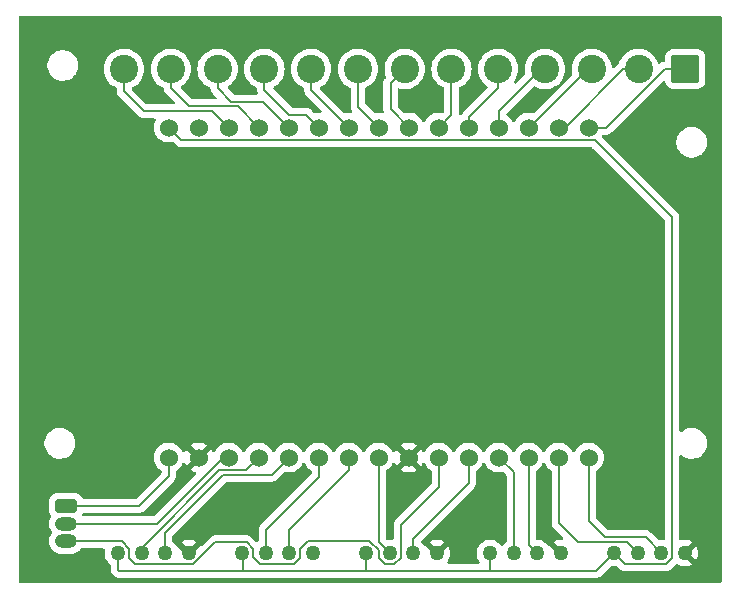
<source format=gbr>
%TF.GenerationSoftware,KiCad,Pcbnew,8.0.5*%
%TF.CreationDate,2025-03-25T20:51:19-04:00*%
%TF.ProjectId,Microcontroller boards,4d696372-6f63-46f6-9e74-726f6c6c6572,rev?*%
%TF.SameCoordinates,Original*%
%TF.FileFunction,Copper,L1,Top*%
%TF.FilePolarity,Positive*%
%FSLAX46Y46*%
G04 Gerber Fmt 4.6, Leading zero omitted, Abs format (unit mm)*
G04 Created by KiCad (PCBNEW 8.0.5) date 2025-03-25 20:51:19*
%MOMM*%
%LPD*%
G01*
G04 APERTURE LIST*
G04 Aperture macros list*
%AMRoundRect*
0 Rectangle with rounded corners*
0 $1 Rounding radius*
0 $2 $3 $4 $5 $6 $7 $8 $9 X,Y pos of 4 corners*
0 Add a 4 corners polygon primitive as box body*
4,1,4,$2,$3,$4,$5,$6,$7,$8,$9,$2,$3,0*
0 Add four circle primitives for the rounded corners*
1,1,$1+$1,$2,$3*
1,1,$1+$1,$4,$5*
1,1,$1+$1,$6,$7*
1,1,$1+$1,$8,$9*
0 Add four rect primitives between the rounded corners*
20,1,$1+$1,$2,$3,$4,$5,0*
20,1,$1+$1,$4,$5,$6,$7,0*
20,1,$1+$1,$6,$7,$8,$9,0*
20,1,$1+$1,$8,$9,$2,$3,0*%
G04 Aperture macros list end*
%TA.AperFunction,ComponentPad*%
%ADD10RoundRect,0.250000X-0.685000X0.335000X-0.685000X-0.335000X0.685000X-0.335000X0.685000X0.335000X0*%
%TD*%
%TA.AperFunction,ComponentPad*%
%ADD11O,1.870000X1.170000*%
%TD*%
%TA.AperFunction,ComponentPad*%
%ADD12RoundRect,0.250001X0.949999X0.949999X-0.949999X0.949999X-0.949999X-0.949999X0.949999X-0.949999X0*%
%TD*%
%TA.AperFunction,ComponentPad*%
%ADD13C,2.400000*%
%TD*%
%TA.AperFunction,ComponentPad*%
%ADD14C,1.270000*%
%TD*%
%TA.AperFunction,ComponentPad*%
%ADD15C,1.524000*%
%TD*%
%TA.AperFunction,Conductor*%
%ADD16C,0.200000*%
%TD*%
G04 APERTURE END LIST*
D10*
%TO.P,J7,1,Pin_1*%
%TO.N,Net-(J7-Pin_1)*%
X96530000Y-109280000D03*
D11*
%TO.P,J7,2,Pin_2*%
%TO.N,Net-(J7-Pin_2)*%
X96530000Y-110780000D03*
%TO.P,J7,3,Pin_3*%
%TO.N,Net-(J7-Pin_3)*%
X96530000Y-112280000D03*
%TD*%
D12*
%TO.P,J6,1,Pin_1*%
%TO.N,Net-(J6-Pin_1)*%
X148960000Y-72297500D03*
D13*
%TO.P,J6,2,Pin_2*%
%TO.N,Net-(J6-Pin_2)*%
X145000000Y-72297500D03*
%TO.P,J6,3,Pin_3*%
%TO.N,Net-(J6-Pin_3)*%
X141040000Y-72297500D03*
%TO.P,J6,4,Pin_4*%
%TO.N,Net-(J6-Pin_4)*%
X137080000Y-72297500D03*
%TO.P,J6,5,Pin_5*%
%TO.N,Net-(J6-Pin_5)*%
X133120000Y-72297500D03*
%TO.P,J6,6,Pin_6*%
%TO.N,Net-(J6-Pin_6)*%
X129160000Y-72297500D03*
%TO.P,J6,7,Pin_7*%
%TO.N,Net-(J6-Pin_7)*%
X125200000Y-72297500D03*
%TO.P,J6,8,Pin_8*%
%TO.N,Net-(J6-Pin_8)*%
X121240000Y-72297500D03*
%TO.P,J6,9,Pin_9*%
%TO.N,Net-(J6-Pin_9)*%
X117280000Y-72297500D03*
%TO.P,J6,10,Pin_10*%
%TO.N,Net-(J6-Pin_10)*%
X113320000Y-72297500D03*
%TO.P,J6,11,Pin_11*%
%TO.N,Net-(J6-Pin_11)*%
X109360000Y-72297500D03*
%TO.P,J6,12,Pin_12*%
%TO.N,Net-(J6-Pin_12)*%
X105400000Y-72297500D03*
%TO.P,J6,13,Pin_13*%
%TO.N,Net-(J6-Pin_13)*%
X101440000Y-72297500D03*
%TD*%
D14*
%TO.P,J4,1,1*%
%TO.N,GND*%
X148925099Y-113280000D03*
%TO.P,J4,2,2*%
%TO.N,Net-(U1-D0(GPIO16))*%
X146925100Y-113280000D03*
%TO.P,J4,3,3*%
%TO.N,Net-(U1-D1(GPIO5))*%
X144925099Y-113280000D03*
%TO.P,J4,4,4*%
%TO.N,Net-(U1-VIN)*%
X142925101Y-113280000D03*
%TD*%
%TO.P,J5,1,1*%
%TO.N,GND*%
X138425099Y-113297400D03*
%TO.P,J5,2,2*%
%TO.N,Net-(U1-D2(GPIO4))*%
X136425100Y-113297400D03*
%TO.P,J5,3,3*%
%TO.N,Net-(U1-D3(GPIO0))*%
X134425099Y-113297400D03*
%TO.P,J5,4,4*%
%TO.N,Net-(U1-VIN)*%
X132425101Y-113297400D03*
%TD*%
D15*
%TO.P,U1,1,A0(ADC0)*%
%TO.N,Net-(J6-Pin_1)*%
X140790000Y-77250000D03*
%TO.P,U1,2,RSV*%
%TO.N,Net-(J6-Pin_2)*%
X138250000Y-77250000D03*
%TO.P,U1,3,RSV*%
%TO.N,Net-(J6-Pin_3)*%
X135710000Y-77250000D03*
%TO.P,U1,4,SD3(GPIO10)*%
%TO.N,Net-(J6-Pin_4)*%
X133170000Y-77250000D03*
%TO.P,U1,5,SD2(GPIO9)*%
%TO.N,Net-(J6-Pin_5)*%
X130630000Y-77250000D03*
%TO.P,U1,6,SD1(MOSI)*%
%TO.N,Net-(J6-Pin_6)*%
X128090000Y-77250000D03*
%TO.P,U1,7,CMD(CS)*%
%TO.N,Net-(J6-Pin_7)*%
X125550000Y-77250000D03*
%TO.P,U1,8,SDO(MISO)*%
%TO.N,Net-(J6-Pin_8)*%
X123010000Y-77250000D03*
%TO.P,U1,9,CLK(SCLK)*%
%TO.N,Net-(J6-Pin_9)*%
X120470000Y-77250000D03*
%TO.P,U1,10,GND*%
%TO.N,Net-(J6-Pin_10)*%
X117930000Y-77250000D03*
%TO.P,U1,11,3.3V*%
%TO.N,Net-(J6-Pin_11)*%
X115390000Y-77250000D03*
%TO.P,U1,12,EN*%
%TO.N,Net-(J6-Pin_12)*%
X112850000Y-77250000D03*
%TO.P,U1,13,RST*%
%TO.N,Net-(J6-Pin_13)*%
X110310000Y-77250000D03*
%TO.P,U1,14,GND*%
%TO.N,GND*%
X107770000Y-77250000D03*
%TO.P,U1,15,VIN*%
%TO.N,Net-(U1-VIN)*%
X105230000Y-77250000D03*
%TO.P,U1,16,3.3V*%
%TO.N,Net-(J7-Pin_1)*%
X105230000Y-105190000D03*
%TO.P,U1,17,GND*%
%TO.N,GND*%
X107770000Y-105190000D03*
%TO.P,U1,18,TX(GPIO1)*%
%TO.N,Net-(J7-Pin_2)*%
X110310000Y-105190000D03*
%TO.P,U1,19,RX(DPIO3)*%
%TO.N,Net-(U1-RX(DPIO3))*%
X112850000Y-105190000D03*
%TO.P,U1,20,D8(GPIO15)*%
%TO.N,Net-(U1-D8(GPIO15))*%
X115390000Y-105190000D03*
%TO.P,U1,21,D7(GPIO13)*%
%TO.N,Net-(U1-D7(GPIO13))*%
X117930000Y-105190000D03*
%TO.P,U1,22,D6(GPIO12)*%
%TO.N,Net-(U1-D6(GPIO12))*%
X120470000Y-105190000D03*
%TO.P,U1,23,D5(GPIO14)*%
%TO.N,Net-(U1-D5(GPIO14))*%
X123010000Y-105190000D03*
%TO.P,U1,24,GND*%
%TO.N,GND*%
X125550000Y-105190000D03*
%TO.P,U1,25,3.3V*%
%TO.N,Net-(J7-Pin_3)*%
X128090000Y-105190000D03*
%TO.P,U1,26,D4(GPIO2)*%
%TO.N,Net-(U1-D4(GPIO2))*%
X130630000Y-105190000D03*
%TO.P,U1,27,D3(GPIO0)*%
%TO.N,Net-(U1-D3(GPIO0))*%
X133170000Y-105190000D03*
%TO.P,U1,28,D2(GPIO4)*%
%TO.N,Net-(U1-D2(GPIO4))*%
X135710000Y-105190000D03*
%TO.P,U1,29,D1(GPIO5)*%
%TO.N,Net-(U1-D1(GPIO5))*%
X138250000Y-105190000D03*
%TO.P,U1,30,D0(GPIO16)*%
%TO.N,Net-(U1-D0(GPIO16))*%
X140790000Y-105190000D03*
%TD*%
D14*
%TO.P,J2,1,1*%
%TO.N,GND*%
X127925099Y-113297400D03*
%TO.P,J2,2,2*%
%TO.N,Net-(U1-D4(GPIO2))*%
X125925100Y-113297400D03*
%TO.P,J2,3,3*%
%TO.N,Net-(U1-D5(GPIO14))*%
X123925099Y-113297400D03*
%TO.P,J2,4,4*%
%TO.N,Net-(U1-VIN)*%
X121925101Y-113297400D03*
%TD*%
%TO.P,J1,1,1*%
%TO.N,GND*%
X106925099Y-113297400D03*
%TO.P,J1,2,2*%
%TO.N,Net-(U1-D8(GPIO15))*%
X104925100Y-113297400D03*
%TO.P,J1,3,3*%
%TO.N,Net-(U1-RX(DPIO3))*%
X102925099Y-113297400D03*
%TO.P,J1,4,4*%
%TO.N,Net-(U1-VIN)*%
X100925101Y-113297400D03*
%TD*%
%TO.P,J3,1,1*%
%TO.N,GND*%
X117425099Y-113297400D03*
%TO.P,J3,2,2*%
%TO.N,Net-(U1-D6(GPIO12))*%
X115425100Y-113297400D03*
%TO.P,J3,3,3*%
%TO.N,Net-(U1-D7(GPIO13))*%
X113425099Y-113297400D03*
%TO.P,J3,4,4*%
%TO.N,Net-(U1-VIN)*%
X111425101Y-113297400D03*
%TD*%
D16*
%TO.N,Net-(U1-D8(GPIO15))*%
X104925100Y-111574900D02*
X109848000Y-106652000D01*
X104925100Y-113297400D02*
X104925100Y-111574900D01*
X113928000Y-106652000D02*
X115390000Y-105190000D01*
X109848000Y-106652000D02*
X113928000Y-106652000D01*
%TO.N,Net-(U1-RX(DPIO3))*%
X102925099Y-113297400D02*
X102925099Y-112824901D01*
X102925099Y-112824901D02*
X109498000Y-106252000D01*
X109498000Y-106252000D02*
X111788000Y-106252000D01*
X111788000Y-106252000D02*
X112850000Y-105190000D01*
%TO.N,Net-(U1-D0(GPIO16))*%
X140790000Y-110540000D02*
X142195000Y-111945000D01*
X145590100Y-111945000D02*
X146925100Y-113280000D01*
X140790000Y-105190000D02*
X140790000Y-110540000D01*
X142195000Y-111945000D02*
X145590100Y-111945000D01*
%TO.N,Net-(U1-D1(GPIO5))*%
X138250000Y-105190000D02*
X138250000Y-110750000D01*
X138250000Y-110750000D02*
X139845000Y-112345000D01*
X139845000Y-112345000D02*
X143990099Y-112345000D01*
X143990099Y-112345000D02*
X144925099Y-113280000D01*
%TO.N,Net-(U1-D7(GPIO13))*%
X113425099Y-113297400D02*
X113425099Y-111324901D01*
X117930000Y-106820000D02*
X117930000Y-105190000D01*
X113425099Y-111324901D02*
X117930000Y-106820000D01*
%TO.N,Net-(U1-D3(GPIO0))*%
X134425099Y-113297400D02*
X134425099Y-106445099D01*
X134425099Y-106445099D02*
X133170000Y-105190000D01*
%TO.N,Net-(J7-Pin_1)*%
X105230000Y-105190000D02*
X105230000Y-106770000D01*
X102720000Y-109280000D02*
X96530000Y-109280000D01*
X105230000Y-106770000D02*
X102720000Y-109280000D01*
%TO.N,Net-(U1-D5(GPIO14))*%
X123925099Y-113297400D02*
X123000000Y-112372301D01*
X123000000Y-105200000D02*
X123010000Y-105190000D01*
X123000000Y-112372301D02*
X123000000Y-105200000D01*
%TO.N,Net-(J7-Pin_3)*%
X101860101Y-112910110D02*
X101229991Y-112280000D01*
X112360101Y-113610101D02*
X112360101Y-112910110D01*
X112360101Y-112910110D02*
X111812391Y-112362400D01*
X102407811Y-114232400D02*
X101860101Y-113684690D01*
X117020210Y-112250000D02*
X116360100Y-112910110D01*
X112982400Y-114232400D02*
X112360101Y-113610101D01*
X123537809Y-114232400D02*
X122990099Y-113684690D01*
X116360100Y-113684690D02*
X115812390Y-114232400D01*
X107312389Y-114232400D02*
X102407811Y-114232400D01*
X122199991Y-112250000D02*
X117020210Y-112250000D01*
X109182389Y-112362400D02*
X107312389Y-114232400D01*
X115812390Y-114232400D02*
X112982400Y-114232400D01*
X116360100Y-112910110D02*
X116360100Y-113684690D01*
X122990099Y-113684690D02*
X122990099Y-113040108D01*
X111812391Y-112362400D02*
X109182389Y-112362400D01*
X124860099Y-110889901D02*
X124860099Y-113684690D01*
X124860099Y-113684690D02*
X124312389Y-114232400D01*
X101860101Y-113684690D02*
X101860101Y-112910110D01*
X124312389Y-114232400D02*
X123537809Y-114232400D01*
X128090000Y-105190000D02*
X128090000Y-107660000D01*
X122990099Y-113040108D02*
X122199991Y-112250000D01*
X128090000Y-107660000D02*
X124860099Y-110889901D01*
X101229991Y-112280000D02*
X96530000Y-112280000D01*
%TO.N,Net-(U1-D4(GPIO2))*%
X125925100Y-113297400D02*
X125925100Y-112074900D01*
X125925100Y-112074900D02*
X130630000Y-107370000D01*
X130630000Y-107370000D02*
X130630000Y-105190000D01*
%TO.N,Net-(U1-VIN)*%
X122030000Y-114780000D02*
X121925101Y-114675101D01*
X122030000Y-114780000D02*
X132530000Y-114780000D01*
X101030000Y-114780000D02*
X111530000Y-114780000D01*
X147312390Y-114215000D02*
X143860101Y-114215000D01*
X147860100Y-84860100D02*
X147860100Y-113667290D01*
X141312000Y-78312000D02*
X147860100Y-84860100D01*
X132530000Y-114780000D02*
X132425101Y-114675101D01*
X100925101Y-113297400D02*
X100925101Y-114675101D01*
X111530000Y-114780000D02*
X122030000Y-114780000D01*
X106292000Y-78312000D02*
X141312000Y-78312000D01*
X141425101Y-114780000D02*
X142925101Y-113280000D01*
X132530000Y-114780000D02*
X141425101Y-114780000D01*
X100925101Y-114675101D02*
X101030000Y-114780000D01*
X111530000Y-113402299D02*
X111425101Y-113297400D01*
X147860100Y-113667290D02*
X147312390Y-114215000D01*
X105230000Y-77250000D02*
X106292000Y-78312000D01*
X111530000Y-114780000D02*
X111530000Y-113402299D01*
X143860101Y-114215000D02*
X142925101Y-113280000D01*
X132425101Y-114675101D02*
X132425101Y-113297400D01*
X121925101Y-114675101D02*
X121925101Y-113297400D01*
%TO.N,Net-(U1-D2(GPIO4))*%
X136425100Y-113297400D02*
X135710000Y-112582300D01*
X135710000Y-112582300D02*
X135710000Y-105190000D01*
%TO.N,Net-(U1-D6(GPIO12))*%
X120470000Y-106280000D02*
X120470000Y-105190000D01*
X115425100Y-113297400D02*
X115425100Y-111324900D01*
X115425100Y-111324900D02*
X120470000Y-106280000D01*
%TO.N,Net-(J7-Pin_2)*%
X110310000Y-105190000D02*
X109810000Y-105190000D01*
X104220000Y-110780000D02*
X96530000Y-110780000D01*
X109810000Y-105190000D02*
X104220000Y-110780000D01*
%TO.N,Net-(J6-Pin_6)*%
X129160000Y-76180000D02*
X128090000Y-77250000D01*
X129160000Y-72297500D02*
X129160000Y-76180000D01*
X129690000Y-72297500D02*
X129530000Y-72457500D01*
%TO.N,Net-(J6-Pin_5)*%
X133120000Y-73880000D02*
X130630000Y-76370000D01*
X133120000Y-72297500D02*
X133120000Y-73880000D01*
X130630000Y-76370000D02*
X130630000Y-77250000D01*
%TO.N,Net-(J6-Pin_1)*%
X142250000Y-77250000D02*
X140790000Y-77250000D01*
X147202500Y-72297500D02*
X142250000Y-77250000D01*
X148960000Y-72297500D02*
X147202500Y-72297500D01*
%TO.N,Net-(J6-Pin_12)*%
X111068444Y-75468444D02*
X112850000Y-77250000D01*
X106968444Y-75468444D02*
X111068444Y-75468444D01*
X105400000Y-73900000D02*
X106968444Y-75468444D01*
X105400000Y-72297500D02*
X105400000Y-73900000D01*
%TO.N,Net-(J6-Pin_2)*%
X138750000Y-77250000D02*
X138250000Y-77250000D01*
X143702500Y-72297500D02*
X138750000Y-77250000D01*
X145000000Y-72297500D02*
X143702500Y-72297500D01*
%TO.N,Net-(J6-Pin_10)*%
X113320000Y-72297500D02*
X113320000Y-74070000D01*
X115438000Y-76188000D02*
X116868000Y-76188000D01*
X113320000Y-74070000D02*
X115438000Y-76188000D01*
X116868000Y-76188000D02*
X117930000Y-77250000D01*
%TO.N,Net-(J6-Pin_11)*%
X110513444Y-75068444D02*
X113208444Y-75068444D01*
X113208444Y-75068444D02*
X115390000Y-77250000D01*
X109360000Y-73915000D02*
X110513444Y-75068444D01*
X109360000Y-72297500D02*
X109360000Y-73915000D01*
%TO.N,Net-(J6-Pin_4)*%
X137080000Y-72297500D02*
X136702500Y-72297500D01*
X133170000Y-75830000D02*
X133170000Y-77250000D01*
X136702500Y-72297500D02*
X133170000Y-75830000D01*
%TO.N,Net-(J6-Pin_8)*%
X121250000Y-72307500D02*
X121250000Y-75490000D01*
X121240000Y-72297500D02*
X121250000Y-72307500D01*
X121250000Y-75490000D02*
X123010000Y-77250000D01*
%TO.N,Net-(J6-Pin_13)*%
X101440000Y-74190000D02*
X103118444Y-75868444D01*
X103118444Y-75868444D02*
X108928444Y-75868444D01*
X101440000Y-72297500D02*
X101440000Y-74190000D01*
X108928444Y-75868444D02*
X110310000Y-77250000D01*
%TO.N,Net-(J6-Pin_9)*%
X117280000Y-74060000D02*
X120470000Y-77250000D01*
X117280000Y-72297500D02*
X117280000Y-74060000D01*
X117810000Y-72297500D02*
X117530000Y-72577500D01*
%TO.N,Net-(J6-Pin_7)*%
X124000000Y-75700000D02*
X125550000Y-77250000D01*
X124000000Y-73497500D02*
X124000000Y-75700000D01*
X125200000Y-72297500D02*
X124000000Y-73497500D01*
%TO.N,Net-(J6-Pin_3)*%
X140702500Y-72297500D02*
X135750000Y-77250000D01*
X135750000Y-77250000D02*
X135710000Y-77250000D01*
X141040000Y-72297500D02*
X140702500Y-72297500D01*
%TD*%
%TA.AperFunction,Conductor*%
%TO.N,GND*%
G36*
X131967865Y-105643435D02*
G01*
X132012382Y-105694811D01*
X132072464Y-105823658D01*
X132072468Y-105823666D01*
X132199170Y-106004615D01*
X132199175Y-106004621D01*
X132355378Y-106160824D01*
X132355384Y-106160829D01*
X132536333Y-106287531D01*
X132536335Y-106287532D01*
X132536338Y-106287534D01*
X132736550Y-106380894D01*
X132949932Y-106438070D01*
X133096743Y-106450914D01*
X133169998Y-106457323D01*
X133170000Y-106457323D01*
X133170002Y-106457323D01*
X133200502Y-106454654D01*
X133390068Y-106438070D01*
X133390076Y-106438068D01*
X133400253Y-106435340D01*
X133461903Y-106418821D01*
X133531752Y-106420482D01*
X133581679Y-106450914D01*
X133788280Y-106657515D01*
X133821765Y-106718838D01*
X133824599Y-106745196D01*
X133824599Y-112264604D01*
X133804914Y-112331643D01*
X133765878Y-112370030D01*
X133737876Y-112387368D01*
X133737875Y-112387369D01*
X133582360Y-112529139D01*
X133524054Y-112606349D01*
X133467945Y-112647985D01*
X133398233Y-112652676D01*
X133337051Y-112618934D01*
X133326146Y-112606349D01*
X133267839Y-112529139D01*
X133112324Y-112387369D01*
X133112322Y-112387367D01*
X132933408Y-112276588D01*
X132933402Y-112276585D01*
X132759601Y-112209255D01*
X132737177Y-112200568D01*
X132530321Y-112161900D01*
X132319881Y-112161900D01*
X132113025Y-112200568D01*
X132113022Y-112200568D01*
X132113022Y-112200569D01*
X131916799Y-112276585D01*
X131916793Y-112276588D01*
X131737879Y-112387367D01*
X131737877Y-112387369D01*
X131582362Y-112529139D01*
X131455543Y-112697074D01*
X131361743Y-112885449D01*
X131304152Y-113087862D01*
X131284736Y-113297399D01*
X131284736Y-113297400D01*
X131304152Y-113506937D01*
X131304152Y-113506939D01*
X131304153Y-113506942D01*
X131361742Y-113709347D01*
X131361743Y-113709350D01*
X131455543Y-113897725D01*
X131518258Y-113980773D01*
X131542950Y-114046134D01*
X131528385Y-114114469D01*
X131479188Y-114164082D01*
X131419304Y-114179500D01*
X128930268Y-114179500D01*
X128863229Y-114159815D01*
X128817474Y-114107011D01*
X128807530Y-114037853D01*
X128831314Y-113980773D01*
X128894227Y-113897462D01*
X128894232Y-113897454D01*
X128987987Y-113709169D01*
X129045553Y-113506844D01*
X129064961Y-113297400D01*
X129064961Y-113297399D01*
X129045553Y-113087955D01*
X128987987Y-112885630D01*
X128894229Y-112697341D01*
X128894227Y-112697337D01*
X128887552Y-112688499D01*
X128887551Y-112688498D01*
X128306099Y-113269950D01*
X128306099Y-113247240D01*
X128280135Y-113150339D01*
X128229975Y-113063460D01*
X128159039Y-112992524D01*
X128072160Y-112942364D01*
X127975259Y-112916400D01*
X127952547Y-112916400D01*
X128531210Y-112337735D01*
X128531209Y-112337734D01*
X128433182Y-112277038D01*
X128433176Y-112277036D01*
X128237035Y-112201051D01*
X128030270Y-112162400D01*
X127819928Y-112162400D01*
X127613163Y-112201051D01*
X127613162Y-112201051D01*
X127417022Y-112277035D01*
X127318986Y-112337735D01*
X127897652Y-112916400D01*
X127874939Y-112916400D01*
X127778038Y-112942364D01*
X127691159Y-112992524D01*
X127620223Y-113063460D01*
X127570063Y-113150339D01*
X127544099Y-113247240D01*
X127544099Y-113269953D01*
X126962644Y-112688498D01*
X126958932Y-112688756D01*
X126890691Y-112673761D01*
X126851392Y-112639781D01*
X126767838Y-112529138D01*
X126629588Y-112403107D01*
X126593306Y-112343396D01*
X126595067Y-112273548D01*
X126625443Y-112223791D01*
X130988506Y-107860727D01*
X130988511Y-107860724D01*
X130998714Y-107850520D01*
X130998716Y-107850520D01*
X131110520Y-107738716D01*
X131189577Y-107601784D01*
X131230500Y-107449057D01*
X131230500Y-106375304D01*
X131250185Y-106308265D01*
X131283375Y-106273730D01*
X131444620Y-106160826D01*
X131600826Y-106004620D01*
X131727534Y-105823662D01*
X131787618Y-105694811D01*
X131833790Y-105642371D01*
X131900983Y-105623219D01*
X131967865Y-105643435D01*
G37*
%TD.AperFunction*%
%TA.AperFunction,Conductor*%
G36*
X116727865Y-105643435D02*
G01*
X116772382Y-105694811D01*
X116832464Y-105823658D01*
X116832468Y-105823666D01*
X116959170Y-106004615D01*
X116959175Y-106004621D01*
X117115378Y-106160824D01*
X117115384Y-106160829D01*
X117165114Y-106195650D01*
X117276623Y-106273729D01*
X117320248Y-106328306D01*
X117329500Y-106375304D01*
X117329500Y-106519902D01*
X117309815Y-106586941D01*
X117293181Y-106607583D01*
X112944580Y-110956183D01*
X112944578Y-110956186D01*
X112912480Y-111011783D01*
X112912479Y-111011785D01*
X112865522Y-111093115D01*
X112858663Y-111118714D01*
X112824598Y-111245844D01*
X112824598Y-111245845D01*
X112824598Y-111245846D01*
X112824598Y-111413947D01*
X112824599Y-111413960D01*
X112824599Y-112226011D01*
X112804914Y-112293050D01*
X112752110Y-112338805D01*
X112682952Y-112348749D01*
X112619396Y-112319724D01*
X112612918Y-112313692D01*
X112299981Y-112000755D01*
X112299979Y-112000752D01*
X112181108Y-111881881D01*
X112181107Y-111881880D01*
X112094295Y-111831760D01*
X112094295Y-111831759D01*
X112094291Y-111831758D01*
X112044176Y-111802823D01*
X111891448Y-111761899D01*
X111733334Y-111761899D01*
X111725738Y-111761899D01*
X111725722Y-111761900D01*
X109103328Y-111761900D01*
X109075041Y-111769479D01*
X109075042Y-111769480D01*
X108950603Y-111802823D01*
X108950598Y-111802826D01*
X108813679Y-111881875D01*
X108813671Y-111881881D01*
X108701867Y-111993686D01*
X108039230Y-112656322D01*
X107977907Y-112689807D01*
X107942965Y-112692344D01*
X107887551Y-112688498D01*
X107306099Y-113269950D01*
X107306099Y-113247240D01*
X107280135Y-113150339D01*
X107229975Y-113063460D01*
X107159039Y-112992524D01*
X107072160Y-112942364D01*
X106975259Y-112916400D01*
X106952547Y-112916400D01*
X107531210Y-112337735D01*
X107531209Y-112337734D01*
X107433182Y-112277038D01*
X107433176Y-112277036D01*
X107237035Y-112201051D01*
X107030270Y-112162400D01*
X106819928Y-112162400D01*
X106613163Y-112201051D01*
X106613162Y-112201051D01*
X106417022Y-112277035D01*
X106318986Y-112337735D01*
X106897652Y-112916400D01*
X106874939Y-112916400D01*
X106778038Y-112942364D01*
X106691159Y-112992524D01*
X106620223Y-113063460D01*
X106570063Y-113150339D01*
X106544099Y-113247240D01*
X106544099Y-113269953D01*
X105962644Y-112688498D01*
X105958932Y-112688756D01*
X105890691Y-112673761D01*
X105851392Y-112639781D01*
X105767838Y-112529139D01*
X105612323Y-112387369D01*
X105612322Y-112387368D01*
X105584321Y-112370030D01*
X105537686Y-112318001D01*
X105525600Y-112264604D01*
X105525600Y-111874997D01*
X105545285Y-111807958D01*
X105561919Y-111787316D01*
X110060416Y-107288819D01*
X110121739Y-107255334D01*
X110148097Y-107252500D01*
X113841331Y-107252500D01*
X113841347Y-107252501D01*
X113848943Y-107252501D01*
X114007054Y-107252501D01*
X114007057Y-107252501D01*
X114159785Y-107211577D01*
X114215378Y-107179480D01*
X114296716Y-107132520D01*
X114408520Y-107020716D01*
X114408520Y-107020714D01*
X114418724Y-107010511D01*
X114418728Y-107010506D01*
X114978321Y-106450912D01*
X115039642Y-106417429D01*
X115098095Y-106418821D01*
X115169924Y-106438068D01*
X115169925Y-106438068D01*
X115169932Y-106438070D01*
X115357226Y-106454455D01*
X115389998Y-106457323D01*
X115390000Y-106457323D01*
X115390002Y-106457323D01*
X115445017Y-106452509D01*
X115610068Y-106438070D01*
X115823450Y-106380894D01*
X116023662Y-106287534D01*
X116204620Y-106160826D01*
X116360826Y-106004620D01*
X116487534Y-105823662D01*
X116547618Y-105694811D01*
X116593790Y-105642371D01*
X116660983Y-105623219D01*
X116727865Y-105643435D01*
G37*
%TD.AperFunction*%
%TA.AperFunction,Conductor*%
G36*
X137047865Y-105643435D02*
G01*
X137092382Y-105694811D01*
X137152464Y-105823658D01*
X137152468Y-105823666D01*
X137279170Y-106004615D01*
X137279175Y-106004621D01*
X137435378Y-106160824D01*
X137435384Y-106160829D01*
X137485114Y-106195650D01*
X137596623Y-106273729D01*
X137640248Y-106328306D01*
X137649500Y-106375304D01*
X137649500Y-110663330D01*
X137649499Y-110663348D01*
X137649499Y-110829054D01*
X137649498Y-110829054D01*
X137690423Y-110981785D01*
X137707743Y-111011785D01*
X137712787Y-111020520D01*
X137754700Y-111093116D01*
X137769479Y-111118714D01*
X137769481Y-111118717D01*
X137888349Y-111237585D01*
X137888355Y-111237590D01*
X138601483Y-111950719D01*
X138634968Y-112012042D01*
X138629984Y-112081734D01*
X138588112Y-112137667D01*
X138522648Y-112162084D01*
X138513802Y-112162400D01*
X138319928Y-112162400D01*
X138113163Y-112201051D01*
X138113162Y-112201051D01*
X137917022Y-112277035D01*
X137818986Y-112337735D01*
X138397651Y-112916400D01*
X138374939Y-112916400D01*
X138278038Y-112942364D01*
X138191159Y-112992524D01*
X138120223Y-113063460D01*
X138070063Y-113150339D01*
X138044099Y-113247240D01*
X138044099Y-113269953D01*
X137462644Y-112688498D01*
X137458932Y-112688756D01*
X137390691Y-112673761D01*
X137351392Y-112639781D01*
X137267838Y-112529139D01*
X137112323Y-112387369D01*
X137112321Y-112387367D01*
X136933407Y-112276588D01*
X136933401Y-112276585D01*
X136759600Y-112209255D01*
X136737176Y-112200568D01*
X136530320Y-112161900D01*
X136434500Y-112161900D01*
X136367461Y-112142215D01*
X136321706Y-112089411D01*
X136310500Y-112037900D01*
X136310500Y-106375304D01*
X136330185Y-106308265D01*
X136363375Y-106273730D01*
X136524620Y-106160826D01*
X136680826Y-106004620D01*
X136807534Y-105823662D01*
X136867618Y-105694811D01*
X136913790Y-105642371D01*
X136980983Y-105623219D01*
X137047865Y-105643435D01*
G37*
%TD.AperFunction*%
%TA.AperFunction,Conductor*%
G36*
X126601741Y-105888188D02*
G01*
X126647094Y-105823417D01*
X126647095Y-105823416D01*
X126707340Y-105694219D01*
X126753512Y-105641780D01*
X126820706Y-105622627D01*
X126887587Y-105642842D01*
X126932105Y-105694218D01*
X126992466Y-105823662D01*
X126992468Y-105823666D01*
X127119170Y-106004615D01*
X127119175Y-106004621D01*
X127275378Y-106160824D01*
X127275384Y-106160829D01*
X127325114Y-106195650D01*
X127436623Y-106273729D01*
X127480248Y-106328306D01*
X127489500Y-106375304D01*
X127489500Y-107359902D01*
X127469815Y-107426941D01*
X127453181Y-107447583D01*
X124379580Y-110521183D01*
X124379576Y-110521188D01*
X124363974Y-110548214D01*
X124363973Y-110548216D01*
X124300522Y-110658116D01*
X124259598Y-110810844D01*
X124259598Y-110810845D01*
X124259598Y-110978947D01*
X124259599Y-110978960D01*
X124259599Y-112055432D01*
X124239914Y-112122471D01*
X124187110Y-112168226D01*
X124117952Y-112178170D01*
X124112815Y-112177321D01*
X124064160Y-112168226D01*
X124030319Y-112161900D01*
X123819879Y-112161900D01*
X123790522Y-112167387D01*
X123747284Y-112175470D01*
X123677769Y-112168438D01*
X123623091Y-112124941D01*
X123600609Y-112058787D01*
X123600500Y-112053581D01*
X123600500Y-106382306D01*
X123620185Y-106315267D01*
X123653375Y-106280732D01*
X123824620Y-106160826D01*
X123980826Y-106004620D01*
X124107534Y-105823662D01*
X124167894Y-105694218D01*
X124214066Y-105641779D01*
X124281259Y-105622627D01*
X124348141Y-105642843D01*
X124392658Y-105694219D01*
X124452898Y-105823405D01*
X124452901Y-105823411D01*
X124498258Y-105888187D01*
X124498259Y-105888188D01*
X125169000Y-105217447D01*
X125169000Y-105240160D01*
X125194964Y-105337061D01*
X125245124Y-105423940D01*
X125316060Y-105494876D01*
X125402939Y-105545036D01*
X125499840Y-105571000D01*
X125522553Y-105571000D01*
X124851810Y-106241740D01*
X124916590Y-106287099D01*
X124916592Y-106287100D01*
X125116715Y-106380419D01*
X125116729Y-106380424D01*
X125330013Y-106437573D01*
X125330023Y-106437575D01*
X125549999Y-106456821D01*
X125550001Y-106456821D01*
X125769976Y-106437575D01*
X125769986Y-106437573D01*
X125983270Y-106380424D01*
X125983284Y-106380419D01*
X126183407Y-106287100D01*
X126183417Y-106287094D01*
X126248188Y-106241741D01*
X125577448Y-105571000D01*
X125600160Y-105571000D01*
X125697061Y-105545036D01*
X125783940Y-105494876D01*
X125854876Y-105423940D01*
X125905036Y-105337061D01*
X125931000Y-105240160D01*
X125931000Y-105217447D01*
X126601741Y-105888188D01*
G37*
%TD.AperFunction*%
%TA.AperFunction,Conductor*%
G36*
X107389000Y-105240160D02*
G01*
X107414964Y-105337061D01*
X107465124Y-105423940D01*
X107536060Y-105494876D01*
X107622939Y-105545036D01*
X107719840Y-105571000D01*
X107742553Y-105571000D01*
X107071810Y-106241740D01*
X107136590Y-106287099D01*
X107136592Y-106287100D01*
X107336715Y-106380419D01*
X107336726Y-106380423D01*
X107471251Y-106416469D01*
X107530911Y-106452834D01*
X107561440Y-106515681D01*
X107553145Y-106585057D01*
X107526838Y-106623925D01*
X104007584Y-110143181D01*
X103946261Y-110176666D01*
X103919903Y-110179500D01*
X97970769Y-110179500D01*
X97903730Y-110159815D01*
X97857975Y-110107011D01*
X97848031Y-110037853D01*
X97865229Y-109990405D01*
X97896687Y-109939402D01*
X97948635Y-109892679D01*
X98002226Y-109880500D01*
X102633331Y-109880500D01*
X102633347Y-109880501D01*
X102640943Y-109880501D01*
X102799054Y-109880501D01*
X102799057Y-109880501D01*
X102951785Y-109839577D01*
X103001904Y-109810639D01*
X103088716Y-109760520D01*
X103200520Y-109648716D01*
X103200520Y-109648714D01*
X103210728Y-109638507D01*
X103210730Y-109638504D01*
X105588506Y-107260728D01*
X105588511Y-107260724D01*
X105598714Y-107250520D01*
X105598716Y-107250520D01*
X105710520Y-107138716D01*
X105778647Y-107020716D01*
X105789577Y-107001785D01*
X105830501Y-106849057D01*
X105830501Y-106690943D01*
X105830501Y-106683348D01*
X105830500Y-106683330D01*
X105830500Y-106375304D01*
X105850185Y-106308265D01*
X105883375Y-106273730D01*
X106044620Y-106160826D01*
X106200826Y-106004620D01*
X106327534Y-105823662D01*
X106387894Y-105694218D01*
X106434066Y-105641779D01*
X106501259Y-105622627D01*
X106568141Y-105642843D01*
X106612658Y-105694219D01*
X106672898Y-105823405D01*
X106672901Y-105823411D01*
X106718258Y-105888187D01*
X106718259Y-105888188D01*
X107389000Y-105217447D01*
X107389000Y-105240160D01*
G37*
%TD.AperFunction*%
%TA.AperFunction,Conductor*%
G36*
X151973039Y-67799685D02*
G01*
X152018794Y-67852489D01*
X152030000Y-67904000D01*
X152030000Y-115656000D01*
X152010315Y-115723039D01*
X151957511Y-115768794D01*
X151906000Y-115780000D01*
X92654000Y-115780000D01*
X92586961Y-115760315D01*
X92541206Y-115707511D01*
X92530000Y-115656000D01*
X92530000Y-108894983D01*
X95094500Y-108894983D01*
X95094500Y-109665001D01*
X95094501Y-109665019D01*
X95105000Y-109767796D01*
X95105001Y-109767799D01*
X95160185Y-109934331D01*
X95160187Y-109934336D01*
X95178721Y-109964385D01*
X95251088Y-110081711D01*
X95269528Y-110149102D01*
X95252844Y-110206241D01*
X95253809Y-110206733D01*
X95174026Y-110363314D01*
X95121228Y-110525810D01*
X95094500Y-110694563D01*
X95094500Y-110865436D01*
X95112481Y-110978960D01*
X95121228Y-111034189D01*
X95174027Y-111196688D01*
X95249342Y-111344500D01*
X95251599Y-111348929D01*
X95330200Y-111457115D01*
X95353680Y-111522921D01*
X95337854Y-111590975D01*
X95330200Y-111602885D01*
X95251599Y-111711070D01*
X95174026Y-111863314D01*
X95121228Y-112025810D01*
X95094500Y-112194563D01*
X95094500Y-112365436D01*
X95120428Y-112529138D01*
X95121228Y-112534189D01*
X95174027Y-112696688D01*
X95251597Y-112848926D01*
X95352027Y-112987156D01*
X95472844Y-113107973D01*
X95611074Y-113208403D01*
X95763312Y-113285973D01*
X95925811Y-113338772D01*
X96012755Y-113352542D01*
X96094564Y-113365500D01*
X96094569Y-113365500D01*
X96965436Y-113365500D01*
X97040013Y-113353687D01*
X97134189Y-113338772D01*
X97296688Y-113285973D01*
X97448926Y-113208403D01*
X97587156Y-113107973D01*
X97707973Y-112987156D01*
X97748326Y-112931615D01*
X97803656Y-112888949D01*
X97848644Y-112880500D01*
X99698949Y-112880500D01*
X99765988Y-112900185D01*
X99811743Y-112952989D01*
X99821687Y-113022147D01*
X99818215Y-113038434D01*
X99804153Y-113087855D01*
X99804152Y-113087858D01*
X99784736Y-113297399D01*
X99784736Y-113297400D01*
X99804152Y-113506937D01*
X99804152Y-113506939D01*
X99804153Y-113506942D01*
X99861742Y-113709347D01*
X99861743Y-113709350D01*
X99888830Y-113763747D01*
X99955543Y-113897725D01*
X100067616Y-114046134D01*
X100082362Y-114065660D01*
X100237874Y-114207428D01*
X100237876Y-114207429D01*
X100237878Y-114207431D01*
X100265879Y-114224768D01*
X100312513Y-114276793D01*
X100324601Y-114330194D01*
X100324601Y-114588431D01*
X100324600Y-114588449D01*
X100324600Y-114754155D01*
X100324599Y-114754155D01*
X100365524Y-114906886D01*
X100394459Y-114957001D01*
X100394460Y-114957005D01*
X100394461Y-114957005D01*
X100444581Y-115043817D01*
X100549480Y-115148716D01*
X100556385Y-115155621D01*
X100661284Y-115260520D01*
X100661286Y-115260521D01*
X100661290Y-115260524D01*
X100798209Y-115339573D01*
X100798216Y-115339577D01*
X100950943Y-115380501D01*
X100950945Y-115380501D01*
X101116654Y-115380501D01*
X101116670Y-115380500D01*
X111450943Y-115380500D01*
X111609057Y-115380500D01*
X121943331Y-115380500D01*
X121943347Y-115380501D01*
X121950943Y-115380501D01*
X122116654Y-115380501D01*
X122116670Y-115380500D01*
X132443331Y-115380500D01*
X132443347Y-115380501D01*
X132450943Y-115380501D01*
X132616654Y-115380501D01*
X132616670Y-115380500D01*
X141338432Y-115380500D01*
X141338448Y-115380501D01*
X141346044Y-115380501D01*
X141504155Y-115380501D01*
X141504158Y-115380501D01*
X141656886Y-115339577D01*
X141707005Y-115310639D01*
X141793817Y-115260520D01*
X141905621Y-115148716D01*
X141905621Y-115148714D01*
X141915829Y-115138507D01*
X141915831Y-115138504D01*
X142621132Y-114433202D01*
X142682453Y-114399719D01*
X142731595Y-114398996D01*
X142819881Y-114415500D01*
X142819883Y-114415500D01*
X143030320Y-114415500D01*
X143030321Y-114415500D01*
X143118603Y-114398997D01*
X143188117Y-114406027D01*
X143229069Y-114433204D01*
X143491385Y-114695520D01*
X143491387Y-114695521D01*
X143491391Y-114695524D01*
X143592950Y-114754158D01*
X143628317Y-114774577D01*
X143781044Y-114815501D01*
X143781046Y-114815501D01*
X143946755Y-114815501D01*
X143946771Y-114815500D01*
X147225721Y-114815500D01*
X147225737Y-114815501D01*
X147233333Y-114815501D01*
X147391444Y-114815501D01*
X147391447Y-114815501D01*
X147544175Y-114774577D01*
X147594294Y-114745639D01*
X147681106Y-114695520D01*
X147792910Y-114583716D01*
X147792910Y-114583714D01*
X147803118Y-114573507D01*
X147803120Y-114573504D01*
X148137119Y-114239504D01*
X148198438Y-114206022D01*
X148268129Y-114211006D01*
X148290074Y-114221761D01*
X148417021Y-114300363D01*
X148613162Y-114376348D01*
X148819928Y-114415000D01*
X149030270Y-114415000D01*
X149237034Y-114376348D01*
X149237035Y-114376348D01*
X149433178Y-114300363D01*
X149433179Y-114300362D01*
X149531209Y-114239664D01*
X149531210Y-114239663D01*
X148952547Y-113661000D01*
X148975259Y-113661000D01*
X149072160Y-113635036D01*
X149159039Y-113584876D01*
X149229975Y-113513940D01*
X149280135Y-113427061D01*
X149306099Y-113330160D01*
X149306099Y-113307447D01*
X149887551Y-113888899D01*
X149887552Y-113888899D01*
X149894227Y-113880061D01*
X149987987Y-113691769D01*
X150045553Y-113489444D01*
X150064961Y-113280000D01*
X150064961Y-113279999D01*
X150045553Y-113070555D01*
X149987987Y-112868230D01*
X149894229Y-112679941D01*
X149894227Y-112679937D01*
X149887552Y-112671099D01*
X149887551Y-112671098D01*
X149306099Y-113252551D01*
X149306099Y-113229840D01*
X149280135Y-113132939D01*
X149229975Y-113046060D01*
X149159039Y-112975124D01*
X149072160Y-112924964D01*
X148975259Y-112899000D01*
X148952546Y-112899000D01*
X149531210Y-112320335D01*
X149531209Y-112320334D01*
X149433182Y-112259638D01*
X149433176Y-112259636D01*
X149237035Y-112183651D01*
X149030270Y-112145000D01*
X148819928Y-112145000D01*
X148607526Y-112184705D01*
X148607028Y-112182044D01*
X148548575Y-112181508D01*
X148490146Y-112143196D01*
X148461705Y-112079376D01*
X148460600Y-112062856D01*
X148460600Y-105095702D01*
X148480285Y-105028663D01*
X148533089Y-104982908D01*
X148602247Y-104972964D01*
X148657485Y-104995384D01*
X148703290Y-105028663D01*
X148818390Y-105112287D01*
X148934607Y-105171503D01*
X149000776Y-105205218D01*
X149000778Y-105205218D01*
X149000781Y-105205220D01*
X149105137Y-105239127D01*
X149195465Y-105268477D01*
X149296557Y-105284488D01*
X149397648Y-105300500D01*
X149397649Y-105300500D01*
X149602351Y-105300500D01*
X149602352Y-105300500D01*
X149804534Y-105268477D01*
X149999219Y-105205220D01*
X150181610Y-105112287D01*
X150296710Y-105028663D01*
X150347213Y-104991971D01*
X150347215Y-104991968D01*
X150347219Y-104991966D01*
X150491966Y-104847219D01*
X150491968Y-104847215D01*
X150491971Y-104847213D01*
X150571157Y-104738221D01*
X150612287Y-104681610D01*
X150705220Y-104499219D01*
X150768477Y-104304534D01*
X150800500Y-104102352D01*
X150800500Y-103897648D01*
X150768477Y-103695466D01*
X150705220Y-103500781D01*
X150705218Y-103500778D01*
X150705218Y-103500776D01*
X150671503Y-103434607D01*
X150612287Y-103318390D01*
X150604556Y-103307749D01*
X150491971Y-103152786D01*
X150347213Y-103008028D01*
X150181613Y-102887715D01*
X150181612Y-102887714D01*
X150181610Y-102887713D01*
X150124653Y-102858691D01*
X149999223Y-102794781D01*
X149804534Y-102731522D01*
X149629995Y-102703878D01*
X149602352Y-102699500D01*
X149397648Y-102699500D01*
X149373329Y-102703351D01*
X149195465Y-102731522D01*
X149000776Y-102794781D01*
X148818390Y-102887712D01*
X148657485Y-103004616D01*
X148591678Y-103028095D01*
X148523624Y-103012269D01*
X148474930Y-102962163D01*
X148460600Y-102904297D01*
X148460600Y-84949159D01*
X148460601Y-84949146D01*
X148460601Y-84781045D01*
X148460601Y-84781043D01*
X148419677Y-84628315D01*
X148390739Y-84578195D01*
X148340620Y-84491384D01*
X148228816Y-84379580D01*
X148228815Y-84379579D01*
X148224485Y-84375249D01*
X148224474Y-84375239D01*
X142246883Y-78397648D01*
X148199500Y-78397648D01*
X148199500Y-78602351D01*
X148231522Y-78804534D01*
X148294781Y-78999223D01*
X148387715Y-79181613D01*
X148508028Y-79347213D01*
X148652786Y-79491971D01*
X148807749Y-79604556D01*
X148818390Y-79612287D01*
X148934607Y-79671503D01*
X149000776Y-79705218D01*
X149000778Y-79705218D01*
X149000781Y-79705220D01*
X149105137Y-79739127D01*
X149195465Y-79768477D01*
X149296557Y-79784488D01*
X149397648Y-79800500D01*
X149397649Y-79800500D01*
X149602351Y-79800500D01*
X149602352Y-79800500D01*
X149804534Y-79768477D01*
X149999219Y-79705220D01*
X150181610Y-79612287D01*
X150274590Y-79544732D01*
X150347213Y-79491971D01*
X150347215Y-79491968D01*
X150347219Y-79491966D01*
X150491966Y-79347219D01*
X150491968Y-79347215D01*
X150491971Y-79347213D01*
X150544732Y-79274590D01*
X150612287Y-79181610D01*
X150705220Y-78999219D01*
X150768477Y-78804534D01*
X150800500Y-78602352D01*
X150800500Y-78397648D01*
X150772494Y-78220826D01*
X150768477Y-78195465D01*
X150725963Y-78064621D01*
X150705220Y-78000781D01*
X150705218Y-78000778D01*
X150705218Y-78000776D01*
X150669749Y-77931166D01*
X150612287Y-77818390D01*
X150584860Y-77780639D01*
X150491971Y-77652786D01*
X150347213Y-77508028D01*
X150181613Y-77387715D01*
X150181612Y-77387714D01*
X150181610Y-77387713D01*
X150124653Y-77358691D01*
X149999223Y-77294781D01*
X149804534Y-77231522D01*
X149629995Y-77203878D01*
X149602352Y-77199500D01*
X149397648Y-77199500D01*
X149373329Y-77203351D01*
X149195465Y-77231522D01*
X149000776Y-77294781D01*
X148818386Y-77387715D01*
X148652786Y-77508028D01*
X148508028Y-77652786D01*
X148387715Y-77818386D01*
X148294781Y-78000776D01*
X148231522Y-78195465D01*
X148199500Y-78397648D01*
X142246883Y-78397648D01*
X141911416Y-78062181D01*
X141877931Y-78000858D01*
X141882915Y-77931166D01*
X141924787Y-77875233D01*
X141990251Y-77850816D01*
X141999097Y-77850500D01*
X142163331Y-77850500D01*
X142163347Y-77850501D01*
X142170943Y-77850501D01*
X142329054Y-77850501D01*
X142329057Y-77850501D01*
X142481785Y-77809577D01*
X142531904Y-77780639D01*
X142618716Y-77730520D01*
X142730520Y-77618716D01*
X142730520Y-77618714D01*
X142740728Y-77608507D01*
X142740729Y-77608504D01*
X147055724Y-73293510D01*
X147117045Y-73260027D01*
X147186737Y-73265011D01*
X147242670Y-73306883D01*
X147266761Y-73368588D01*
X147270000Y-73400295D01*
X147270001Y-73400297D01*
X147288916Y-73457378D01*
X147325186Y-73566835D01*
X147325187Y-73566837D01*
X147417286Y-73716151D01*
X147417289Y-73716155D01*
X147541344Y-73840210D01*
X147541348Y-73840213D01*
X147690662Y-73932312D01*
X147690664Y-73932313D01*
X147690666Y-73932314D01*
X147857203Y-73987499D01*
X147959992Y-73998000D01*
X147959997Y-73998000D01*
X149960003Y-73998000D01*
X149960008Y-73998000D01*
X150062797Y-73987499D01*
X150229334Y-73932314D01*
X150378655Y-73840211D01*
X150502711Y-73716155D01*
X150594814Y-73566834D01*
X150649999Y-73400297D01*
X150660500Y-73297508D01*
X150660500Y-71297492D01*
X150649999Y-71194703D01*
X150594814Y-71028166D01*
X150582396Y-71008034D01*
X150502713Y-70878848D01*
X150502710Y-70878844D01*
X150378655Y-70754789D01*
X150378651Y-70754786D01*
X150229337Y-70662687D01*
X150229335Y-70662686D01*
X150145744Y-70634987D01*
X150062797Y-70607501D01*
X150062795Y-70607500D01*
X149960015Y-70597000D01*
X149960008Y-70597000D01*
X147959992Y-70597000D01*
X147959984Y-70597000D01*
X147857204Y-70607500D01*
X147857203Y-70607501D01*
X147690664Y-70662686D01*
X147690662Y-70662687D01*
X147541348Y-70754786D01*
X147541344Y-70754789D01*
X147417289Y-70878844D01*
X147417286Y-70878848D01*
X147325187Y-71028162D01*
X147325186Y-71028164D01*
X147270001Y-71194703D01*
X147270000Y-71194704D01*
X147259500Y-71297484D01*
X147259500Y-71572999D01*
X147239815Y-71640038D01*
X147187011Y-71685793D01*
X147135500Y-71696999D01*
X147123443Y-71696999D01*
X147047079Y-71717461D01*
X146970714Y-71737923D01*
X146970709Y-71737926D01*
X146833790Y-71816975D01*
X146833778Y-71816984D01*
X146827227Y-71823535D01*
X146765901Y-71857015D01*
X146696210Y-71852025D01*
X146640280Y-71810149D01*
X146624127Y-71781152D01*
X146536393Y-71557612D01*
X146408959Y-71336888D01*
X146250050Y-71137623D01*
X146063217Y-70964268D01*
X145852634Y-70820695D01*
X145852630Y-70820693D01*
X145852627Y-70820691D01*
X145852626Y-70820690D01*
X145623006Y-70710112D01*
X145623008Y-70710112D01*
X145379466Y-70634989D01*
X145379462Y-70634988D01*
X145379458Y-70634987D01*
X145258231Y-70616714D01*
X145127440Y-70597000D01*
X145127435Y-70597000D01*
X144872565Y-70597000D01*
X144872559Y-70597000D01*
X144715609Y-70620657D01*
X144620542Y-70634987D01*
X144620539Y-70634988D01*
X144620533Y-70634989D01*
X144376992Y-70710112D01*
X144147373Y-70820690D01*
X144147372Y-70820691D01*
X143936782Y-70964268D01*
X143749952Y-71137621D01*
X143749950Y-71137623D01*
X143591041Y-71336888D01*
X143463608Y-71557609D01*
X143385875Y-71755667D01*
X143343059Y-71810880D01*
X143334572Y-71816375D01*
X143333782Y-71816981D01*
X142943931Y-72206831D01*
X142882608Y-72240316D01*
X142812916Y-72235332D01*
X142756983Y-72193460D01*
X142732597Y-72128415D01*
X142726222Y-72043345D01*
X142683693Y-71857015D01*
X142669508Y-71794863D01*
X142576393Y-71557612D01*
X142448959Y-71336888D01*
X142290050Y-71137623D01*
X142103217Y-70964268D01*
X141892634Y-70820695D01*
X141892630Y-70820693D01*
X141892627Y-70820691D01*
X141892626Y-70820690D01*
X141663006Y-70710112D01*
X141663008Y-70710112D01*
X141419466Y-70634989D01*
X141419462Y-70634988D01*
X141419458Y-70634987D01*
X141298231Y-70616714D01*
X141167440Y-70597000D01*
X141167435Y-70597000D01*
X140912565Y-70597000D01*
X140912559Y-70597000D01*
X140755609Y-70620657D01*
X140660542Y-70634987D01*
X140660539Y-70634988D01*
X140660533Y-70634989D01*
X140416992Y-70710112D01*
X140187373Y-70820690D01*
X140187372Y-70820691D01*
X139976782Y-70964268D01*
X139789952Y-71137621D01*
X139789950Y-71137623D01*
X139631041Y-71336888D01*
X139503608Y-71557609D01*
X139410492Y-71794862D01*
X139410490Y-71794869D01*
X139353777Y-72043345D01*
X139334732Y-72297495D01*
X139334732Y-72297504D01*
X139353777Y-72551654D01*
X139384117Y-72684581D01*
X139379844Y-72754320D01*
X139350907Y-72799855D01*
X136153226Y-75997537D01*
X136091903Y-76031022D01*
X136033452Y-76029631D01*
X135930073Y-76001931D01*
X135930069Y-76001930D01*
X135930068Y-76001930D01*
X135930067Y-76001929D01*
X135930062Y-76001929D01*
X135710002Y-75982677D01*
X135709998Y-75982677D01*
X135489937Y-76001929D01*
X135489929Y-76001930D01*
X135276554Y-76059104D01*
X135276548Y-76059107D01*
X135076340Y-76152465D01*
X135076338Y-76152466D01*
X134895377Y-76279175D01*
X134739175Y-76435377D01*
X134612466Y-76616338D01*
X134612465Y-76616340D01*
X134552382Y-76745189D01*
X134506209Y-76797628D01*
X134439016Y-76816780D01*
X134372135Y-76796564D01*
X134327618Y-76745189D01*
X134282997Y-76649500D01*
X134267534Y-76616339D01*
X134140826Y-76435380D01*
X133984620Y-76279174D01*
X133984616Y-76279171D01*
X133984615Y-76279170D01*
X133861843Y-76193205D01*
X133818218Y-76138628D01*
X133811024Y-76069130D01*
X133842547Y-76006775D01*
X133845254Y-76003980D01*
X136064081Y-73785152D01*
X136125402Y-73751669D01*
X136195094Y-73756653D01*
X136221605Y-73770377D01*
X136227366Y-73774305D01*
X136227371Y-73774307D01*
X136227372Y-73774308D01*
X136227373Y-73774309D01*
X136324622Y-73821141D01*
X136456992Y-73884887D01*
X136456993Y-73884887D01*
X136456996Y-73884889D01*
X136700542Y-73960013D01*
X136952565Y-73998000D01*
X137207435Y-73998000D01*
X137459458Y-73960013D01*
X137703004Y-73884889D01*
X137932634Y-73774305D01*
X138143217Y-73630732D01*
X138330050Y-73457377D01*
X138488959Y-73258112D01*
X138616393Y-73037388D01*
X138709508Y-72800137D01*
X138766222Y-72551657D01*
X138774384Y-72442732D01*
X138785268Y-72297504D01*
X138785268Y-72297495D01*
X138766222Y-72043345D01*
X138723693Y-71857015D01*
X138709508Y-71794863D01*
X138616393Y-71557612D01*
X138488959Y-71336888D01*
X138330050Y-71137623D01*
X138143217Y-70964268D01*
X137932634Y-70820695D01*
X137932630Y-70820693D01*
X137932627Y-70820691D01*
X137932626Y-70820690D01*
X137703006Y-70710112D01*
X137703008Y-70710112D01*
X137459466Y-70634989D01*
X137459462Y-70634988D01*
X137459458Y-70634987D01*
X137338231Y-70616714D01*
X137207440Y-70597000D01*
X137207435Y-70597000D01*
X136952565Y-70597000D01*
X136952559Y-70597000D01*
X136795609Y-70620657D01*
X136700542Y-70634987D01*
X136700539Y-70634988D01*
X136700533Y-70634989D01*
X136456992Y-70710112D01*
X136227373Y-70820690D01*
X136227372Y-70820691D01*
X136016782Y-70964268D01*
X135829952Y-71137621D01*
X135829950Y-71137623D01*
X135671041Y-71336888D01*
X135543608Y-71557609D01*
X135450492Y-71794862D01*
X135450490Y-71794869D01*
X135393777Y-72043345D01*
X135374732Y-72297495D01*
X135374732Y-72297504D01*
X135393777Y-72551654D01*
X135416684Y-72652015D01*
X135412411Y-72721754D01*
X135383474Y-72767289D01*
X134658178Y-73492585D01*
X134596855Y-73526070D01*
X134527163Y-73521086D01*
X134471230Y-73479214D01*
X134446813Y-73413750D01*
X134461665Y-73345477D01*
X134473546Y-73327597D01*
X134528959Y-73258112D01*
X134656393Y-73037388D01*
X134749508Y-72800137D01*
X134806222Y-72551657D01*
X134814384Y-72442732D01*
X134825268Y-72297504D01*
X134825268Y-72297495D01*
X134806222Y-72043345D01*
X134763693Y-71857015D01*
X134749508Y-71794863D01*
X134656393Y-71557612D01*
X134528959Y-71336888D01*
X134370050Y-71137623D01*
X134183217Y-70964268D01*
X133972634Y-70820695D01*
X133972630Y-70820693D01*
X133972627Y-70820691D01*
X133972626Y-70820690D01*
X133743006Y-70710112D01*
X133743008Y-70710112D01*
X133499466Y-70634989D01*
X133499462Y-70634988D01*
X133499458Y-70634987D01*
X133378231Y-70616714D01*
X133247440Y-70597000D01*
X133247435Y-70597000D01*
X132992565Y-70597000D01*
X132992559Y-70597000D01*
X132835609Y-70620657D01*
X132740542Y-70634987D01*
X132740539Y-70634988D01*
X132740533Y-70634989D01*
X132496992Y-70710112D01*
X132267373Y-70820690D01*
X132267372Y-70820691D01*
X132056782Y-70964268D01*
X131869952Y-71137621D01*
X131869950Y-71137623D01*
X131711041Y-71336888D01*
X131583608Y-71557609D01*
X131490492Y-71794862D01*
X131490490Y-71794869D01*
X131433777Y-72043345D01*
X131414732Y-72297495D01*
X131414732Y-72297504D01*
X131433777Y-72551654D01*
X131490427Y-72799855D01*
X131490492Y-72800137D01*
X131583607Y-73037388D01*
X131711041Y-73258112D01*
X131869950Y-73457377D01*
X132056783Y-73630732D01*
X132208577Y-73734223D01*
X132252878Y-73788251D01*
X132260937Y-73857655D01*
X132230194Y-73920397D01*
X132226405Y-73924357D01*
X130261286Y-75889478D01*
X130149481Y-76001282D01*
X130149477Y-76001287D01*
X130110417Y-76068943D01*
X130110414Y-76068948D01*
X130106002Y-76076589D01*
X130055433Y-76124802D01*
X130051023Y-76126966D01*
X129996342Y-76152464D01*
X129955622Y-76180976D01*
X129889415Y-76203303D01*
X129821648Y-76186291D01*
X129773836Y-76135342D01*
X129760500Y-76079400D01*
X129760500Y-73973641D01*
X129780185Y-73906602D01*
X129830698Y-73861921D01*
X129925503Y-73816265D01*
X130012634Y-73774305D01*
X130223217Y-73630732D01*
X130410050Y-73457377D01*
X130568959Y-73258112D01*
X130696393Y-73037388D01*
X130789508Y-72800137D01*
X130846222Y-72551657D01*
X130854384Y-72442732D01*
X130865268Y-72297504D01*
X130865268Y-72297495D01*
X130846222Y-72043345D01*
X130803693Y-71857015D01*
X130789508Y-71794863D01*
X130696393Y-71557612D01*
X130568959Y-71336888D01*
X130410050Y-71137623D01*
X130223217Y-70964268D01*
X130012634Y-70820695D01*
X130012630Y-70820693D01*
X130012627Y-70820691D01*
X130012626Y-70820690D01*
X129783006Y-70710112D01*
X129783008Y-70710112D01*
X129539466Y-70634989D01*
X129539462Y-70634988D01*
X129539458Y-70634987D01*
X129418231Y-70616714D01*
X129287440Y-70597000D01*
X129287435Y-70597000D01*
X129032565Y-70597000D01*
X129032559Y-70597000D01*
X128875609Y-70620657D01*
X128780542Y-70634987D01*
X128780539Y-70634988D01*
X128780533Y-70634989D01*
X128536992Y-70710112D01*
X128307373Y-70820690D01*
X128307372Y-70820691D01*
X128096782Y-70964268D01*
X127909952Y-71137621D01*
X127909950Y-71137623D01*
X127751041Y-71336888D01*
X127623608Y-71557609D01*
X127530492Y-71794862D01*
X127530490Y-71794869D01*
X127473777Y-72043345D01*
X127454732Y-72297495D01*
X127454732Y-72297504D01*
X127473777Y-72551654D01*
X127530427Y-72799855D01*
X127530492Y-72800137D01*
X127623607Y-73037388D01*
X127751041Y-73258112D01*
X127909950Y-73457377D01*
X128096783Y-73630732D01*
X128307366Y-73774305D01*
X128307369Y-73774306D01*
X128307370Y-73774307D01*
X128489302Y-73861921D01*
X128541161Y-73908743D01*
X128559500Y-73973641D01*
X128559500Y-75879902D01*
X128539815Y-75946941D01*
X128523179Y-75967585D01*
X128501677Y-75989086D01*
X128440353Y-76022570D01*
X128381906Y-76021178D01*
X128310076Y-76001932D01*
X128310073Y-76001931D01*
X128310068Y-76001930D01*
X128310065Y-76001929D01*
X128310062Y-76001929D01*
X128090002Y-75982677D01*
X128089998Y-75982677D01*
X127869937Y-76001929D01*
X127869929Y-76001930D01*
X127656554Y-76059104D01*
X127656548Y-76059107D01*
X127456340Y-76152465D01*
X127456338Y-76152466D01*
X127275377Y-76279175D01*
X127119175Y-76435377D01*
X126992466Y-76616338D01*
X126992465Y-76616340D01*
X126932382Y-76745189D01*
X126886209Y-76797628D01*
X126819016Y-76816780D01*
X126752135Y-76796564D01*
X126707618Y-76745189D01*
X126662997Y-76649500D01*
X126647534Y-76616339D01*
X126520826Y-76435380D01*
X126364620Y-76279174D01*
X126364616Y-76279171D01*
X126364615Y-76279170D01*
X126183666Y-76152468D01*
X126183662Y-76152466D01*
X126124336Y-76124802D01*
X125983450Y-76059106D01*
X125983447Y-76059105D01*
X125983445Y-76059104D01*
X125770070Y-76001930D01*
X125770062Y-76001929D01*
X125550002Y-75982677D01*
X125549998Y-75982677D01*
X125329937Y-76001929D01*
X125329923Y-76001932D01*
X125258092Y-76021178D01*
X125188242Y-76019514D01*
X125138319Y-75989084D01*
X124636819Y-75487584D01*
X124603334Y-75426261D01*
X124600500Y-75399903D01*
X124600500Y-74060153D01*
X124620185Y-73993114D01*
X124672989Y-73947359D01*
X124742147Y-73937415D01*
X124761048Y-73941661D01*
X124820542Y-73960013D01*
X125072565Y-73998000D01*
X125327435Y-73998000D01*
X125579458Y-73960013D01*
X125823004Y-73884889D01*
X126052634Y-73774305D01*
X126263217Y-73630732D01*
X126450050Y-73457377D01*
X126608959Y-73258112D01*
X126736393Y-73037388D01*
X126829508Y-72800137D01*
X126886222Y-72551657D01*
X126894384Y-72442732D01*
X126905268Y-72297504D01*
X126905268Y-72297495D01*
X126886222Y-72043345D01*
X126843693Y-71857015D01*
X126829508Y-71794863D01*
X126736393Y-71557612D01*
X126608959Y-71336888D01*
X126450050Y-71137623D01*
X126263217Y-70964268D01*
X126052634Y-70820695D01*
X126052630Y-70820693D01*
X126052627Y-70820691D01*
X126052626Y-70820690D01*
X125823006Y-70710112D01*
X125823008Y-70710112D01*
X125579466Y-70634989D01*
X125579462Y-70634988D01*
X125579458Y-70634987D01*
X125458231Y-70616714D01*
X125327440Y-70597000D01*
X125327435Y-70597000D01*
X125072565Y-70597000D01*
X125072559Y-70597000D01*
X124915609Y-70620657D01*
X124820542Y-70634987D01*
X124820539Y-70634988D01*
X124820533Y-70634989D01*
X124576992Y-70710112D01*
X124347373Y-70820690D01*
X124347372Y-70820691D01*
X124136782Y-70964268D01*
X123949952Y-71137621D01*
X123949950Y-71137623D01*
X123791041Y-71336888D01*
X123663608Y-71557609D01*
X123570492Y-71794862D01*
X123570490Y-71794869D01*
X123513777Y-72043345D01*
X123494732Y-72297495D01*
X123494732Y-72297504D01*
X123513777Y-72551654D01*
X123570489Y-72800125D01*
X123570492Y-72800137D01*
X123570494Y-72800142D01*
X123619083Y-72923944D01*
X123625252Y-72993540D01*
X123592814Y-73055424D01*
X123591337Y-73056927D01*
X123519480Y-73128784D01*
X123491065Y-73178001D01*
X123440423Y-73265715D01*
X123399499Y-73418443D01*
X123399499Y-73418445D01*
X123399499Y-73586546D01*
X123399500Y-73586559D01*
X123399500Y-75613330D01*
X123399499Y-75613348D01*
X123399499Y-75620943D01*
X123399499Y-75779057D01*
X123409308Y-75815665D01*
X123421355Y-75860624D01*
X123419692Y-75930474D01*
X123380529Y-75988336D01*
X123316301Y-76015840D01*
X123269487Y-76012492D01*
X123230073Y-76001931D01*
X123230069Y-76001930D01*
X123230068Y-76001930D01*
X123230067Y-76001929D01*
X123230062Y-76001929D01*
X123010002Y-75982677D01*
X123009998Y-75982677D01*
X122789937Y-76001929D01*
X122789923Y-76001932D01*
X122718092Y-76021178D01*
X122648242Y-76019514D01*
X122598319Y-75989084D01*
X121886819Y-75277584D01*
X121853334Y-75216261D01*
X121850500Y-75189903D01*
X121850500Y-73968824D01*
X121870185Y-73901785D01*
X121920697Y-73857105D01*
X122092634Y-73774305D01*
X122303217Y-73630732D01*
X122490050Y-73457377D01*
X122648959Y-73258112D01*
X122776393Y-73037388D01*
X122869508Y-72800137D01*
X122926222Y-72551657D01*
X122934384Y-72442732D01*
X122945268Y-72297504D01*
X122945268Y-72297495D01*
X122926222Y-72043345D01*
X122883693Y-71857015D01*
X122869508Y-71794863D01*
X122776393Y-71557612D01*
X122648959Y-71336888D01*
X122490050Y-71137623D01*
X122303217Y-70964268D01*
X122092634Y-70820695D01*
X122092630Y-70820693D01*
X122092627Y-70820691D01*
X122092626Y-70820690D01*
X121863006Y-70710112D01*
X121863008Y-70710112D01*
X121619466Y-70634989D01*
X121619462Y-70634988D01*
X121619458Y-70634987D01*
X121498231Y-70616714D01*
X121367440Y-70597000D01*
X121367435Y-70597000D01*
X121112565Y-70597000D01*
X121112559Y-70597000D01*
X120955609Y-70620657D01*
X120860542Y-70634987D01*
X120860539Y-70634988D01*
X120860533Y-70634989D01*
X120616992Y-70710112D01*
X120387373Y-70820690D01*
X120387372Y-70820691D01*
X120176782Y-70964268D01*
X119989952Y-71137621D01*
X119989950Y-71137623D01*
X119831041Y-71336888D01*
X119703608Y-71557609D01*
X119610492Y-71794862D01*
X119610490Y-71794869D01*
X119553777Y-72043345D01*
X119534732Y-72297495D01*
X119534732Y-72297504D01*
X119553777Y-72551654D01*
X119610427Y-72799855D01*
X119610492Y-72800137D01*
X119703607Y-73037388D01*
X119831041Y-73258112D01*
X119989950Y-73457377D01*
X120176783Y-73630732D01*
X120387366Y-73774305D01*
X120387371Y-73774307D01*
X120387372Y-73774308D01*
X120387373Y-73774309D01*
X120579301Y-73866736D01*
X120631161Y-73913558D01*
X120649500Y-73978456D01*
X120649500Y-75403330D01*
X120649499Y-75403348D01*
X120649499Y-75569054D01*
X120649498Y-75569054D01*
X120654441Y-75587500D01*
X120690423Y-75721785D01*
X120690424Y-75721787D01*
X120690423Y-75721787D01*
X120707257Y-75750942D01*
X120707260Y-75750946D01*
X120741688Y-75810579D01*
X120758159Y-75878479D01*
X120735306Y-75944505D01*
X120680385Y-75987695D01*
X120623493Y-75996105D01*
X120470002Y-75982677D01*
X120469998Y-75982677D01*
X120249937Y-76001929D01*
X120249923Y-76001932D01*
X120178092Y-76021178D01*
X120108242Y-76019514D01*
X120058319Y-75989084D01*
X118061082Y-73991847D01*
X118027597Y-73930524D01*
X118032581Y-73860832D01*
X118074453Y-73804899D01*
X118094953Y-73792450D01*
X118132634Y-73774305D01*
X118343217Y-73630732D01*
X118530050Y-73457377D01*
X118688959Y-73258112D01*
X118816393Y-73037388D01*
X118909508Y-72800137D01*
X118966222Y-72551657D01*
X118974384Y-72442732D01*
X118985268Y-72297504D01*
X118985268Y-72297495D01*
X118966222Y-72043345D01*
X118923693Y-71857015D01*
X118909508Y-71794863D01*
X118816393Y-71557612D01*
X118688959Y-71336888D01*
X118530050Y-71137623D01*
X118343217Y-70964268D01*
X118132634Y-70820695D01*
X118132630Y-70820693D01*
X118132627Y-70820691D01*
X118132626Y-70820690D01*
X117903006Y-70710112D01*
X117903008Y-70710112D01*
X117659466Y-70634989D01*
X117659462Y-70634988D01*
X117659458Y-70634987D01*
X117538231Y-70616714D01*
X117407440Y-70597000D01*
X117407435Y-70597000D01*
X117152565Y-70597000D01*
X117152559Y-70597000D01*
X116995609Y-70620657D01*
X116900542Y-70634987D01*
X116900539Y-70634988D01*
X116900533Y-70634989D01*
X116656992Y-70710112D01*
X116427373Y-70820690D01*
X116427372Y-70820691D01*
X116216782Y-70964268D01*
X116029952Y-71137621D01*
X116029950Y-71137623D01*
X115871041Y-71336888D01*
X115743608Y-71557609D01*
X115650492Y-71794862D01*
X115650490Y-71794869D01*
X115593777Y-72043345D01*
X115574732Y-72297495D01*
X115574732Y-72297504D01*
X115593777Y-72551654D01*
X115650427Y-72799855D01*
X115650492Y-72800137D01*
X115743607Y-73037388D01*
X115871041Y-73258112D01*
X116029950Y-73457377D01*
X116216783Y-73630732D01*
X116427366Y-73774305D01*
X116427371Y-73774307D01*
X116427372Y-73774308D01*
X116427374Y-73774309D01*
X116609300Y-73861920D01*
X116661160Y-73908742D01*
X116679499Y-73973640D01*
X116679499Y-74139054D01*
X116679498Y-74139054D01*
X116720423Y-74291785D01*
X116726196Y-74301784D01*
X116799477Y-74428712D01*
X116799481Y-74428717D01*
X116918349Y-74547585D01*
X116918355Y-74547590D01*
X118153138Y-75782373D01*
X118186623Y-75843696D01*
X118181639Y-75913388D01*
X118139767Y-75969321D01*
X118074303Y-75993738D01*
X118054650Y-75993582D01*
X117930002Y-75982677D01*
X117929998Y-75982677D01*
X117709937Y-76001929D01*
X117709923Y-76001932D01*
X117638092Y-76021178D01*
X117568242Y-76019514D01*
X117518319Y-75989084D01*
X117355590Y-75826355D01*
X117355588Y-75826352D01*
X117236717Y-75707481D01*
X117236716Y-75707480D01*
X117149904Y-75657360D01*
X117149904Y-75657359D01*
X117149900Y-75657358D01*
X117099785Y-75628423D01*
X116947057Y-75587499D01*
X116788943Y-75587499D01*
X116781347Y-75587499D01*
X116781331Y-75587500D01*
X115738097Y-75587500D01*
X115671058Y-75567815D01*
X115650416Y-75551181D01*
X114094333Y-73995098D01*
X114060848Y-73933775D01*
X114065832Y-73864083D01*
X114107704Y-73808150D01*
X114128205Y-73795700D01*
X114172634Y-73774305D01*
X114383217Y-73630732D01*
X114570050Y-73457377D01*
X114728959Y-73258112D01*
X114856393Y-73037388D01*
X114949508Y-72800137D01*
X115006222Y-72551657D01*
X115014384Y-72442732D01*
X115025268Y-72297504D01*
X115025268Y-72297495D01*
X115006222Y-72043345D01*
X114963693Y-71857015D01*
X114949508Y-71794863D01*
X114856393Y-71557612D01*
X114728959Y-71336888D01*
X114570050Y-71137623D01*
X114383217Y-70964268D01*
X114172634Y-70820695D01*
X114172630Y-70820693D01*
X114172627Y-70820691D01*
X114172626Y-70820690D01*
X113943006Y-70710112D01*
X113943008Y-70710112D01*
X113699466Y-70634989D01*
X113699462Y-70634988D01*
X113699458Y-70634987D01*
X113578231Y-70616714D01*
X113447440Y-70597000D01*
X113447435Y-70597000D01*
X113192565Y-70597000D01*
X113192559Y-70597000D01*
X113035609Y-70620657D01*
X112940542Y-70634987D01*
X112940539Y-70634988D01*
X112940533Y-70634989D01*
X112696992Y-70710112D01*
X112467373Y-70820690D01*
X112467372Y-70820691D01*
X112256782Y-70964268D01*
X112069952Y-71137621D01*
X112069950Y-71137623D01*
X111911041Y-71336888D01*
X111783608Y-71557609D01*
X111690492Y-71794862D01*
X111690490Y-71794869D01*
X111633777Y-72043345D01*
X111614732Y-72297495D01*
X111614732Y-72297504D01*
X111633777Y-72551654D01*
X111690427Y-72799855D01*
X111690492Y-72800137D01*
X111783607Y-73037388D01*
X111911041Y-73258112D01*
X112069950Y-73457377D01*
X112256783Y-73630732D01*
X112467366Y-73774305D01*
X112467369Y-73774306D01*
X112467370Y-73774307D01*
X112649302Y-73861921D01*
X112701161Y-73908743D01*
X112719500Y-73973641D01*
X112719500Y-73983330D01*
X112719499Y-73983348D01*
X112719499Y-74149054D01*
X112719498Y-74149054D01*
X112719499Y-74149057D01*
X112757743Y-74291785D01*
X112762527Y-74309636D01*
X112759724Y-74310386D01*
X112765698Y-74365964D01*
X112734422Y-74428442D01*
X112674332Y-74464093D01*
X112643669Y-74467944D01*
X110813541Y-74467944D01*
X110746502Y-74448259D01*
X110725860Y-74431625D01*
X110232781Y-73938546D01*
X110199296Y-73877223D01*
X110204280Y-73807531D01*
X110246152Y-73751598D01*
X110250558Y-73748448D01*
X110423217Y-73630732D01*
X110610050Y-73457377D01*
X110768959Y-73258112D01*
X110896393Y-73037388D01*
X110989508Y-72800137D01*
X111046222Y-72551657D01*
X111054384Y-72442732D01*
X111065268Y-72297504D01*
X111065268Y-72297495D01*
X111046222Y-72043345D01*
X111003693Y-71857015D01*
X110989508Y-71794863D01*
X110896393Y-71557612D01*
X110768959Y-71336888D01*
X110610050Y-71137623D01*
X110423217Y-70964268D01*
X110212634Y-70820695D01*
X110212630Y-70820693D01*
X110212627Y-70820691D01*
X110212626Y-70820690D01*
X109983006Y-70710112D01*
X109983008Y-70710112D01*
X109739466Y-70634989D01*
X109739462Y-70634988D01*
X109739458Y-70634987D01*
X109618231Y-70616714D01*
X109487440Y-70597000D01*
X109487435Y-70597000D01*
X109232565Y-70597000D01*
X109232559Y-70597000D01*
X109075609Y-70620657D01*
X108980542Y-70634987D01*
X108980539Y-70634988D01*
X108980533Y-70634989D01*
X108736992Y-70710112D01*
X108507373Y-70820690D01*
X108507372Y-70820691D01*
X108296782Y-70964268D01*
X108109952Y-71137621D01*
X108109950Y-71137623D01*
X107951041Y-71336888D01*
X107823608Y-71557609D01*
X107730492Y-71794862D01*
X107730490Y-71794869D01*
X107673777Y-72043345D01*
X107654732Y-72297495D01*
X107654732Y-72297504D01*
X107673777Y-72551654D01*
X107730427Y-72799855D01*
X107730492Y-72800137D01*
X107823607Y-73037388D01*
X107951041Y-73258112D01*
X108109950Y-73457377D01*
X108296783Y-73630732D01*
X108507366Y-73774305D01*
X108507371Y-73774307D01*
X108507372Y-73774308D01*
X108507373Y-73774309D01*
X108560662Y-73799971D01*
X108689301Y-73861920D01*
X108741160Y-73908741D01*
X108759499Y-73973639D01*
X108759499Y-73994054D01*
X108759498Y-73994054D01*
X108766027Y-74018420D01*
X108800423Y-74146785D01*
X108801734Y-74149055D01*
X108801737Y-74149060D01*
X108801740Y-74149066D01*
X108879477Y-74283712D01*
X108879481Y-74283717D01*
X108998349Y-74402585D01*
X108998355Y-74402590D01*
X109252028Y-74656263D01*
X109285513Y-74717586D01*
X109280529Y-74787278D01*
X109238657Y-74843211D01*
X109173193Y-74867628D01*
X109164347Y-74867944D01*
X107268542Y-74867944D01*
X107201503Y-74848259D01*
X107180861Y-74831625D01*
X106281701Y-73932465D01*
X106248216Y-73871142D01*
X106253200Y-73801450D01*
X106295072Y-73745517D01*
X106299495Y-73742355D01*
X106463217Y-73630732D01*
X106650050Y-73457377D01*
X106808959Y-73258112D01*
X106936393Y-73037388D01*
X107029508Y-72800137D01*
X107086222Y-72551657D01*
X107094384Y-72442732D01*
X107105268Y-72297504D01*
X107105268Y-72297495D01*
X107086222Y-72043345D01*
X107043693Y-71857015D01*
X107029508Y-71794863D01*
X106936393Y-71557612D01*
X106808959Y-71336888D01*
X106650050Y-71137623D01*
X106463217Y-70964268D01*
X106252634Y-70820695D01*
X106252630Y-70820693D01*
X106252627Y-70820691D01*
X106252626Y-70820690D01*
X106023006Y-70710112D01*
X106023008Y-70710112D01*
X105779466Y-70634989D01*
X105779462Y-70634988D01*
X105779458Y-70634987D01*
X105658231Y-70616714D01*
X105527440Y-70597000D01*
X105527435Y-70597000D01*
X105272565Y-70597000D01*
X105272559Y-70597000D01*
X105115609Y-70620657D01*
X105020542Y-70634987D01*
X105020539Y-70634988D01*
X105020533Y-70634989D01*
X104776992Y-70710112D01*
X104547373Y-70820690D01*
X104547372Y-70820691D01*
X104336782Y-70964268D01*
X104149952Y-71137621D01*
X104149950Y-71137623D01*
X103991041Y-71336888D01*
X103863608Y-71557609D01*
X103770492Y-71794862D01*
X103770490Y-71794869D01*
X103713777Y-72043345D01*
X103694732Y-72297495D01*
X103694732Y-72297504D01*
X103713777Y-72551654D01*
X103770427Y-72799855D01*
X103770492Y-72800137D01*
X103863607Y-73037388D01*
X103991041Y-73258112D01*
X104149950Y-73457377D01*
X104336783Y-73630732D01*
X104547366Y-73774305D01*
X104547371Y-73774307D01*
X104547372Y-73774308D01*
X104547373Y-73774309D01*
X104600662Y-73799971D01*
X104729301Y-73861920D01*
X104781160Y-73908741D01*
X104799499Y-73973639D01*
X104799499Y-73979054D01*
X104799498Y-73979054D01*
X104804575Y-73998000D01*
X104835063Y-74111783D01*
X104840424Y-74131787D01*
X104850394Y-74149055D01*
X104850395Y-74149057D01*
X104919477Y-74268712D01*
X104919481Y-74268717D01*
X105038349Y-74387585D01*
X105038355Y-74387590D01*
X105707027Y-75056263D01*
X105740512Y-75117586D01*
X105735528Y-75187278D01*
X105693656Y-75243211D01*
X105628192Y-75267628D01*
X105619346Y-75267944D01*
X103418541Y-75267944D01*
X103351502Y-75248259D01*
X103330860Y-75231625D01*
X102133338Y-74034103D01*
X102099853Y-73972780D01*
X102104837Y-73903088D01*
X102146709Y-73847155D01*
X102167218Y-73834702D01*
X102223640Y-73807531D01*
X102292634Y-73774305D01*
X102503217Y-73630732D01*
X102690050Y-73457377D01*
X102848959Y-73258112D01*
X102976393Y-73037388D01*
X103069508Y-72800137D01*
X103126222Y-72551657D01*
X103134384Y-72442732D01*
X103145268Y-72297504D01*
X103145268Y-72297495D01*
X103126222Y-72043345D01*
X103083693Y-71857015D01*
X103069508Y-71794863D01*
X102976393Y-71557612D01*
X102848959Y-71336888D01*
X102690050Y-71137623D01*
X102503217Y-70964268D01*
X102292634Y-70820695D01*
X102292630Y-70820693D01*
X102292627Y-70820691D01*
X102292626Y-70820690D01*
X102063006Y-70710112D01*
X102063008Y-70710112D01*
X101819466Y-70634989D01*
X101819462Y-70634988D01*
X101819458Y-70634987D01*
X101698231Y-70616714D01*
X101567440Y-70597000D01*
X101567435Y-70597000D01*
X101312565Y-70597000D01*
X101312559Y-70597000D01*
X101155609Y-70620657D01*
X101060542Y-70634987D01*
X101060539Y-70634988D01*
X101060533Y-70634989D01*
X100816992Y-70710112D01*
X100587373Y-70820690D01*
X100587372Y-70820691D01*
X100376782Y-70964268D01*
X100189952Y-71137621D01*
X100189950Y-71137623D01*
X100031041Y-71336888D01*
X99903608Y-71557609D01*
X99810492Y-71794862D01*
X99810490Y-71794869D01*
X99753777Y-72043345D01*
X99734732Y-72297495D01*
X99734732Y-72297504D01*
X99753777Y-72551654D01*
X99810427Y-72799855D01*
X99810492Y-72800137D01*
X99903607Y-73037388D01*
X100031041Y-73258112D01*
X100189950Y-73457377D01*
X100376783Y-73630732D01*
X100587366Y-73774305D01*
X100587369Y-73774306D01*
X100587370Y-73774307D01*
X100769302Y-73861921D01*
X100821161Y-73908743D01*
X100839500Y-73973641D01*
X100839500Y-74103330D01*
X100839499Y-74103348D01*
X100839499Y-74269054D01*
X100839498Y-74269054D01*
X100875280Y-74402590D01*
X100880423Y-74421785D01*
X100907073Y-74467943D01*
X100959479Y-74558714D01*
X100959481Y-74558717D01*
X101078349Y-74677585D01*
X101078355Y-74677590D01*
X102633583Y-76232818D01*
X102633593Y-76232829D01*
X102637923Y-76237159D01*
X102637924Y-76237160D01*
X102749728Y-76348964D01*
X102836539Y-76399083D01*
X102836541Y-76399085D01*
X102886657Y-76428020D01*
X102886659Y-76428021D01*
X103039386Y-76468944D01*
X103039387Y-76468944D01*
X104006557Y-76468944D01*
X104073596Y-76488629D01*
X104119351Y-76541433D01*
X104129295Y-76610591D01*
X104118940Y-76645345D01*
X104039107Y-76816548D01*
X104039104Y-76816554D01*
X103981930Y-77029929D01*
X103981929Y-77029937D01*
X103962677Y-77249997D01*
X103962677Y-77250002D01*
X103981929Y-77470062D01*
X103981930Y-77470070D01*
X104039104Y-77683445D01*
X104039105Y-77683447D01*
X104039106Y-77683450D01*
X104102029Y-77818390D01*
X104132466Y-77883662D01*
X104132468Y-77883666D01*
X104259170Y-78064615D01*
X104259175Y-78064621D01*
X104415378Y-78220824D01*
X104415384Y-78220829D01*
X104596333Y-78347531D01*
X104596335Y-78347532D01*
X104596338Y-78347534D01*
X104796550Y-78440894D01*
X105009932Y-78498070D01*
X105156743Y-78510914D01*
X105229998Y-78517323D01*
X105230000Y-78517323D01*
X105230002Y-78517323D01*
X105260502Y-78514654D01*
X105450068Y-78498070D01*
X105521903Y-78478821D01*
X105591752Y-78480482D01*
X105641678Y-78510913D01*
X105923284Y-78792520D01*
X106019533Y-78848089D01*
X106060211Y-78871575D01*
X106060212Y-78871575D01*
X106060215Y-78871577D01*
X106212943Y-78912501D01*
X106212946Y-78912501D01*
X106378654Y-78912501D01*
X106378670Y-78912500D01*
X141011903Y-78912500D01*
X141078942Y-78932185D01*
X141099584Y-78948819D01*
X147223281Y-85072516D01*
X147256766Y-85133839D01*
X147259600Y-85160197D01*
X147259600Y-112038032D01*
X147239915Y-112105071D01*
X147187111Y-112150826D01*
X147117953Y-112160770D01*
X147112816Y-112159921D01*
X147064161Y-112150826D01*
X147030320Y-112144500D01*
X146819880Y-112144500D01*
X146786039Y-112150826D01*
X146731595Y-112161003D01*
X146662080Y-112153971D01*
X146621130Y-112126795D01*
X146077690Y-111583355D01*
X146077688Y-111583352D01*
X145958817Y-111464481D01*
X145958816Y-111464480D01*
X145853987Y-111403957D01*
X145853985Y-111403956D01*
X145821885Y-111385423D01*
X145821884Y-111385422D01*
X145821883Y-111385422D01*
X145765981Y-111370443D01*
X145669157Y-111344499D01*
X145511043Y-111344499D01*
X145503447Y-111344499D01*
X145503431Y-111344500D01*
X142495097Y-111344500D01*
X142428058Y-111324815D01*
X142407416Y-111308181D01*
X141426819Y-110327584D01*
X141393334Y-110266261D01*
X141390500Y-110239903D01*
X141390500Y-106375304D01*
X141410185Y-106308265D01*
X141443375Y-106273730D01*
X141604620Y-106160826D01*
X141760826Y-106004620D01*
X141887534Y-105823662D01*
X141980894Y-105623450D01*
X142038070Y-105410068D01*
X142052935Y-105240160D01*
X142057323Y-105190002D01*
X142057323Y-105189997D01*
X142043208Y-105028663D01*
X142038070Y-104969932D01*
X141980894Y-104756550D01*
X141887534Y-104556339D01*
X141760826Y-104375380D01*
X141604620Y-104219174D01*
X141604616Y-104219171D01*
X141604615Y-104219170D01*
X141423666Y-104092468D01*
X141423662Y-104092466D01*
X141423660Y-104092465D01*
X141223450Y-103999106D01*
X141223447Y-103999105D01*
X141223445Y-103999104D01*
X141010070Y-103941930D01*
X141010062Y-103941929D01*
X140790002Y-103922677D01*
X140789998Y-103922677D01*
X140569937Y-103941929D01*
X140569929Y-103941930D01*
X140356554Y-103999104D01*
X140356548Y-103999107D01*
X140156340Y-104092465D01*
X140156338Y-104092466D01*
X139975377Y-104219175D01*
X139819175Y-104375377D01*
X139692466Y-104556338D01*
X139692465Y-104556340D01*
X139632382Y-104685189D01*
X139586209Y-104737628D01*
X139519016Y-104756780D01*
X139452135Y-104736564D01*
X139407618Y-104685189D01*
X139347651Y-104556590D01*
X139347534Y-104556339D01*
X139220826Y-104375380D01*
X139064620Y-104219174D01*
X139064616Y-104219171D01*
X139064615Y-104219170D01*
X138883666Y-104092468D01*
X138883662Y-104092466D01*
X138883660Y-104092465D01*
X138683450Y-103999106D01*
X138683447Y-103999105D01*
X138683445Y-103999104D01*
X138470070Y-103941930D01*
X138470062Y-103941929D01*
X138250002Y-103922677D01*
X138249998Y-103922677D01*
X138029937Y-103941929D01*
X138029929Y-103941930D01*
X137816554Y-103999104D01*
X137816548Y-103999107D01*
X137616340Y-104092465D01*
X137616338Y-104092466D01*
X137435377Y-104219175D01*
X137279175Y-104375377D01*
X137152466Y-104556338D01*
X137152465Y-104556340D01*
X137092382Y-104685189D01*
X137046209Y-104737628D01*
X136979016Y-104756780D01*
X136912135Y-104736564D01*
X136867618Y-104685189D01*
X136807651Y-104556590D01*
X136807534Y-104556339D01*
X136680826Y-104375380D01*
X136524620Y-104219174D01*
X136524616Y-104219171D01*
X136524615Y-104219170D01*
X136343666Y-104092468D01*
X136343662Y-104092466D01*
X136343660Y-104092465D01*
X136143450Y-103999106D01*
X136143447Y-103999105D01*
X136143445Y-103999104D01*
X135930070Y-103941930D01*
X135930062Y-103941929D01*
X135710002Y-103922677D01*
X135709998Y-103922677D01*
X135489937Y-103941929D01*
X135489929Y-103941930D01*
X135276554Y-103999104D01*
X135276548Y-103999107D01*
X135076340Y-104092465D01*
X135076338Y-104092466D01*
X134895377Y-104219175D01*
X134739175Y-104375377D01*
X134612466Y-104556338D01*
X134612465Y-104556340D01*
X134552382Y-104685189D01*
X134506209Y-104737628D01*
X134439016Y-104756780D01*
X134372135Y-104736564D01*
X134327618Y-104685189D01*
X134267651Y-104556590D01*
X134267534Y-104556339D01*
X134140826Y-104375380D01*
X133984620Y-104219174D01*
X133984616Y-104219171D01*
X133984615Y-104219170D01*
X133803666Y-104092468D01*
X133803662Y-104092466D01*
X133803660Y-104092465D01*
X133603450Y-103999106D01*
X133603447Y-103999105D01*
X133603445Y-103999104D01*
X133390070Y-103941930D01*
X133390062Y-103941929D01*
X133170002Y-103922677D01*
X133169998Y-103922677D01*
X132949937Y-103941929D01*
X132949929Y-103941930D01*
X132736554Y-103999104D01*
X132736548Y-103999107D01*
X132536340Y-104092465D01*
X132536338Y-104092466D01*
X132355377Y-104219175D01*
X132199175Y-104375377D01*
X132072466Y-104556338D01*
X132072465Y-104556340D01*
X132012382Y-104685189D01*
X131966209Y-104737628D01*
X131899016Y-104756780D01*
X131832135Y-104736564D01*
X131787618Y-104685189D01*
X131727651Y-104556590D01*
X131727534Y-104556339D01*
X131600826Y-104375380D01*
X131444620Y-104219174D01*
X131444616Y-104219171D01*
X131444615Y-104219170D01*
X131263666Y-104092468D01*
X131263662Y-104092466D01*
X131263660Y-104092465D01*
X131063450Y-103999106D01*
X131063447Y-103999105D01*
X131063445Y-103999104D01*
X130850070Y-103941930D01*
X130850062Y-103941929D01*
X130630002Y-103922677D01*
X130629998Y-103922677D01*
X130409937Y-103941929D01*
X130409929Y-103941930D01*
X130196554Y-103999104D01*
X130196548Y-103999107D01*
X129996340Y-104092465D01*
X129996338Y-104092466D01*
X129815377Y-104219175D01*
X129659175Y-104375377D01*
X129532466Y-104556338D01*
X129532465Y-104556340D01*
X129472382Y-104685189D01*
X129426209Y-104737628D01*
X129359016Y-104756780D01*
X129292135Y-104736564D01*
X129247618Y-104685189D01*
X129187651Y-104556590D01*
X129187534Y-104556339D01*
X129060826Y-104375380D01*
X128904620Y-104219174D01*
X128904616Y-104219171D01*
X128904615Y-104219170D01*
X128723666Y-104092468D01*
X128723662Y-104092466D01*
X128723660Y-104092465D01*
X128523450Y-103999106D01*
X128523447Y-103999105D01*
X128523445Y-103999104D01*
X128310070Y-103941930D01*
X128310062Y-103941929D01*
X128090002Y-103922677D01*
X128089998Y-103922677D01*
X127869937Y-103941929D01*
X127869929Y-103941930D01*
X127656554Y-103999104D01*
X127656548Y-103999107D01*
X127456340Y-104092465D01*
X127456338Y-104092466D01*
X127275377Y-104219175D01*
X127119175Y-104375377D01*
X126992467Y-104556337D01*
X126932105Y-104685782D01*
X126885932Y-104738221D01*
X126818738Y-104757372D01*
X126751857Y-104737156D01*
X126707341Y-104685780D01*
X126647098Y-104556589D01*
X126647097Y-104556587D01*
X126601741Y-104491811D01*
X126601740Y-104491810D01*
X125931000Y-105162551D01*
X125931000Y-105139840D01*
X125905036Y-105042939D01*
X125854876Y-104956060D01*
X125783940Y-104885124D01*
X125697061Y-104834964D01*
X125600160Y-104809000D01*
X125577448Y-104809000D01*
X126248188Y-104138259D01*
X126248187Y-104138258D01*
X126183411Y-104092901D01*
X126183405Y-104092898D01*
X125983284Y-103999580D01*
X125983270Y-103999575D01*
X125769986Y-103942426D01*
X125769976Y-103942424D01*
X125550001Y-103923179D01*
X125549999Y-103923179D01*
X125330023Y-103942424D01*
X125330013Y-103942426D01*
X125116729Y-103999575D01*
X125116720Y-103999579D01*
X124916590Y-104092901D01*
X124851811Y-104138258D01*
X125522553Y-104809000D01*
X125499840Y-104809000D01*
X125402939Y-104834964D01*
X125316060Y-104885124D01*
X125245124Y-104956060D01*
X125194964Y-105042939D01*
X125169000Y-105139840D01*
X125169000Y-105162552D01*
X124498258Y-104491811D01*
X124452901Y-104556590D01*
X124392658Y-104685781D01*
X124346485Y-104738220D01*
X124279292Y-104757372D01*
X124212411Y-104737156D01*
X124167894Y-104685781D01*
X124107651Y-104556590D01*
X124107534Y-104556339D01*
X123980826Y-104375380D01*
X123824620Y-104219174D01*
X123824616Y-104219171D01*
X123824615Y-104219170D01*
X123643666Y-104092468D01*
X123643662Y-104092466D01*
X123643660Y-104092465D01*
X123443450Y-103999106D01*
X123443447Y-103999105D01*
X123443445Y-103999104D01*
X123230070Y-103941930D01*
X123230062Y-103941929D01*
X123010002Y-103922677D01*
X123009998Y-103922677D01*
X122789937Y-103941929D01*
X122789929Y-103941930D01*
X122576554Y-103999104D01*
X122576548Y-103999107D01*
X122376340Y-104092465D01*
X122376338Y-104092466D01*
X122195377Y-104219175D01*
X122039175Y-104375377D01*
X121912466Y-104556338D01*
X121912465Y-104556340D01*
X121852382Y-104685189D01*
X121806209Y-104737628D01*
X121739016Y-104756780D01*
X121672135Y-104736564D01*
X121627618Y-104685189D01*
X121567651Y-104556590D01*
X121567534Y-104556339D01*
X121440826Y-104375380D01*
X121284620Y-104219174D01*
X121284616Y-104219171D01*
X121284615Y-104219170D01*
X121103666Y-104092468D01*
X121103662Y-104092466D01*
X121103660Y-104092465D01*
X120903450Y-103999106D01*
X120903447Y-103999105D01*
X120903445Y-103999104D01*
X120690070Y-103941930D01*
X120690062Y-103941929D01*
X120470002Y-103922677D01*
X120469998Y-103922677D01*
X120249937Y-103941929D01*
X120249929Y-103941930D01*
X120036554Y-103999104D01*
X120036548Y-103999107D01*
X119836340Y-104092465D01*
X119836338Y-104092466D01*
X119655377Y-104219175D01*
X119499175Y-104375377D01*
X119372466Y-104556338D01*
X119372465Y-104556340D01*
X119312382Y-104685189D01*
X119266209Y-104737628D01*
X119199016Y-104756780D01*
X119132135Y-104736564D01*
X119087618Y-104685189D01*
X119027651Y-104556590D01*
X119027534Y-104556339D01*
X118900826Y-104375380D01*
X118744620Y-104219174D01*
X118744616Y-104219171D01*
X118744615Y-104219170D01*
X118563666Y-104092468D01*
X118563662Y-104092466D01*
X118563660Y-104092465D01*
X118363450Y-103999106D01*
X118363447Y-103999105D01*
X118363445Y-103999104D01*
X118150070Y-103941930D01*
X118150062Y-103941929D01*
X117930002Y-103922677D01*
X117929998Y-103922677D01*
X117709937Y-103941929D01*
X117709929Y-103941930D01*
X117496554Y-103999104D01*
X117496548Y-103999107D01*
X117296340Y-104092465D01*
X117296338Y-104092466D01*
X117115377Y-104219175D01*
X116959175Y-104375377D01*
X116832466Y-104556338D01*
X116832465Y-104556340D01*
X116772382Y-104685189D01*
X116726209Y-104737628D01*
X116659016Y-104756780D01*
X116592135Y-104736564D01*
X116547618Y-104685189D01*
X116487651Y-104556590D01*
X116487534Y-104556339D01*
X116360826Y-104375380D01*
X116204620Y-104219174D01*
X116204616Y-104219171D01*
X116204615Y-104219170D01*
X116023666Y-104092468D01*
X116023662Y-104092466D01*
X116023660Y-104092465D01*
X115823450Y-103999106D01*
X115823447Y-103999105D01*
X115823445Y-103999104D01*
X115610070Y-103941930D01*
X115610062Y-103941929D01*
X115390002Y-103922677D01*
X115389998Y-103922677D01*
X115169937Y-103941929D01*
X115169929Y-103941930D01*
X114956554Y-103999104D01*
X114956548Y-103999107D01*
X114756340Y-104092465D01*
X114756338Y-104092466D01*
X114575377Y-104219175D01*
X114419175Y-104375377D01*
X114292466Y-104556338D01*
X114292465Y-104556340D01*
X114232382Y-104685189D01*
X114186209Y-104737628D01*
X114119016Y-104756780D01*
X114052135Y-104736564D01*
X114007618Y-104685189D01*
X113947651Y-104556590D01*
X113947534Y-104556339D01*
X113820826Y-104375380D01*
X113664620Y-104219174D01*
X113664616Y-104219171D01*
X113664615Y-104219170D01*
X113483666Y-104092468D01*
X113483662Y-104092466D01*
X113483660Y-104092465D01*
X113283450Y-103999106D01*
X113283447Y-103999105D01*
X113283445Y-103999104D01*
X113070070Y-103941930D01*
X113070062Y-103941929D01*
X112850002Y-103922677D01*
X112849998Y-103922677D01*
X112629937Y-103941929D01*
X112629929Y-103941930D01*
X112416554Y-103999104D01*
X112416548Y-103999107D01*
X112216340Y-104092465D01*
X112216338Y-104092466D01*
X112035377Y-104219175D01*
X111879175Y-104375377D01*
X111752466Y-104556338D01*
X111752465Y-104556340D01*
X111692382Y-104685189D01*
X111646209Y-104737628D01*
X111579016Y-104756780D01*
X111512135Y-104736564D01*
X111467618Y-104685189D01*
X111407651Y-104556590D01*
X111407534Y-104556339D01*
X111280826Y-104375380D01*
X111124620Y-104219174D01*
X111124616Y-104219171D01*
X111124615Y-104219170D01*
X110943666Y-104092468D01*
X110943662Y-104092466D01*
X110943660Y-104092465D01*
X110743450Y-103999106D01*
X110743447Y-103999105D01*
X110743445Y-103999104D01*
X110530070Y-103941930D01*
X110530062Y-103941929D01*
X110310002Y-103922677D01*
X110309998Y-103922677D01*
X110089937Y-103941929D01*
X110089929Y-103941930D01*
X109876554Y-103999104D01*
X109876548Y-103999107D01*
X109676340Y-104092465D01*
X109676338Y-104092466D01*
X109495377Y-104219175D01*
X109339175Y-104375377D01*
X109212467Y-104556337D01*
X109152105Y-104685782D01*
X109105932Y-104738221D01*
X109038738Y-104757372D01*
X108971857Y-104737156D01*
X108927341Y-104685780D01*
X108867098Y-104556589D01*
X108867097Y-104556587D01*
X108821741Y-104491811D01*
X108821740Y-104491810D01*
X108151000Y-105162551D01*
X108151000Y-105139840D01*
X108125036Y-105042939D01*
X108074876Y-104956060D01*
X108003940Y-104885124D01*
X107917061Y-104834964D01*
X107820160Y-104809000D01*
X107797448Y-104809000D01*
X108468188Y-104138259D01*
X108468187Y-104138258D01*
X108403411Y-104092901D01*
X108403405Y-104092898D01*
X108203284Y-103999580D01*
X108203270Y-103999575D01*
X107989986Y-103942426D01*
X107989976Y-103942424D01*
X107770001Y-103923179D01*
X107769999Y-103923179D01*
X107550023Y-103942424D01*
X107550013Y-103942426D01*
X107336729Y-103999575D01*
X107336720Y-103999579D01*
X107136590Y-104092901D01*
X107071811Y-104138258D01*
X107742553Y-104809000D01*
X107719840Y-104809000D01*
X107622939Y-104834964D01*
X107536060Y-104885124D01*
X107465124Y-104956060D01*
X107414964Y-105042939D01*
X107389000Y-105139840D01*
X107389000Y-105162553D01*
X106718258Y-104491811D01*
X106672901Y-104556590D01*
X106612658Y-104685781D01*
X106566485Y-104738220D01*
X106499292Y-104757372D01*
X106432411Y-104737156D01*
X106387894Y-104685781D01*
X106327651Y-104556590D01*
X106327534Y-104556339D01*
X106200826Y-104375380D01*
X106044620Y-104219174D01*
X106044616Y-104219171D01*
X106044615Y-104219170D01*
X105863666Y-104092468D01*
X105863662Y-104092466D01*
X105863660Y-104092465D01*
X105663450Y-103999106D01*
X105663447Y-103999105D01*
X105663445Y-103999104D01*
X105450070Y-103941930D01*
X105450062Y-103941929D01*
X105230002Y-103922677D01*
X105229998Y-103922677D01*
X105009937Y-103941929D01*
X105009929Y-103941930D01*
X104796554Y-103999104D01*
X104796548Y-103999107D01*
X104596340Y-104092465D01*
X104596338Y-104092466D01*
X104415377Y-104219175D01*
X104259175Y-104375377D01*
X104132466Y-104556338D01*
X104132465Y-104556340D01*
X104039107Y-104756548D01*
X104039104Y-104756554D01*
X103981930Y-104969929D01*
X103981929Y-104969937D01*
X103962677Y-105189997D01*
X103962677Y-105190002D01*
X103981929Y-105410062D01*
X103981930Y-105410070D01*
X104039104Y-105623445D01*
X104039105Y-105623447D01*
X104039106Y-105623450D01*
X104052186Y-105651500D01*
X104132466Y-105823662D01*
X104132468Y-105823666D01*
X104259170Y-106004615D01*
X104259175Y-106004621D01*
X104415378Y-106160824D01*
X104415384Y-106160829D01*
X104465114Y-106195650D01*
X104576623Y-106273729D01*
X104620248Y-106328306D01*
X104629500Y-106375304D01*
X104629500Y-106469903D01*
X104609815Y-106536942D01*
X104593181Y-106557584D01*
X102507584Y-108643181D01*
X102446261Y-108676666D01*
X102419903Y-108679500D01*
X98002226Y-108679500D01*
X97935187Y-108659815D01*
X97896687Y-108620597D01*
X97807712Y-108476344D01*
X97683656Y-108352288D01*
X97534334Y-108260186D01*
X97367797Y-108205001D01*
X97367795Y-108205000D01*
X97265010Y-108194500D01*
X95794998Y-108194500D01*
X95794981Y-108194501D01*
X95692203Y-108205000D01*
X95692200Y-108205001D01*
X95525668Y-108260185D01*
X95525663Y-108260187D01*
X95376342Y-108352289D01*
X95252289Y-108476342D01*
X95160187Y-108625663D01*
X95160186Y-108625666D01*
X95105001Y-108792203D01*
X95105001Y-108792204D01*
X95105000Y-108792204D01*
X95094500Y-108894983D01*
X92530000Y-108894983D01*
X92530000Y-103897648D01*
X94699500Y-103897648D01*
X94699500Y-104102351D01*
X94731522Y-104304534D01*
X94794781Y-104499223D01*
X94887715Y-104681613D01*
X95008028Y-104847213D01*
X95152786Y-104991971D01*
X95301800Y-105100234D01*
X95318390Y-105112287D01*
X95434607Y-105171503D01*
X95500776Y-105205218D01*
X95500778Y-105205218D01*
X95500781Y-105205220D01*
X95605137Y-105239127D01*
X95695465Y-105268477D01*
X95796557Y-105284488D01*
X95897648Y-105300500D01*
X95897649Y-105300500D01*
X96102351Y-105300500D01*
X96102352Y-105300500D01*
X96304534Y-105268477D01*
X96499219Y-105205220D01*
X96681610Y-105112287D01*
X96796710Y-105028663D01*
X96847213Y-104991971D01*
X96847215Y-104991968D01*
X96847219Y-104991966D01*
X96991966Y-104847219D01*
X96991968Y-104847215D01*
X96991971Y-104847213D01*
X97071157Y-104738221D01*
X97112287Y-104681610D01*
X97205220Y-104499219D01*
X97268477Y-104304534D01*
X97300500Y-104102352D01*
X97300500Y-103897648D01*
X97268477Y-103695466D01*
X97205220Y-103500781D01*
X97205218Y-103500778D01*
X97205218Y-103500776D01*
X97171503Y-103434607D01*
X97112287Y-103318390D01*
X97104556Y-103307749D01*
X96991971Y-103152786D01*
X96847213Y-103008028D01*
X96681613Y-102887715D01*
X96681612Y-102887714D01*
X96681610Y-102887713D01*
X96624653Y-102858691D01*
X96499223Y-102794781D01*
X96304534Y-102731522D01*
X96129995Y-102703878D01*
X96102352Y-102699500D01*
X95897648Y-102699500D01*
X95873329Y-102703351D01*
X95695465Y-102731522D01*
X95500776Y-102794781D01*
X95318386Y-102887715D01*
X95152786Y-103008028D01*
X95008028Y-103152786D01*
X94887715Y-103318386D01*
X94794781Y-103500776D01*
X94731522Y-103695465D01*
X94699500Y-103897648D01*
X92530000Y-103897648D01*
X92530000Y-71897648D01*
X94949500Y-71897648D01*
X94949500Y-72102351D01*
X94981522Y-72304534D01*
X95044781Y-72499223D01*
X95137715Y-72681613D01*
X95258028Y-72847213D01*
X95402786Y-72991971D01*
X95557749Y-73104556D01*
X95568390Y-73112287D01*
X95684607Y-73171503D01*
X95750776Y-73205218D01*
X95750778Y-73205218D01*
X95750781Y-73205220D01*
X95855137Y-73239127D01*
X95945465Y-73268477D01*
X96046557Y-73284488D01*
X96147648Y-73300500D01*
X96147649Y-73300500D01*
X96352351Y-73300500D01*
X96352352Y-73300500D01*
X96554534Y-73268477D01*
X96749219Y-73205220D01*
X96931610Y-73112287D01*
X97034698Y-73037390D01*
X97097213Y-72991971D01*
X97097215Y-72991968D01*
X97097219Y-72991966D01*
X97241966Y-72847219D01*
X97241968Y-72847215D01*
X97241971Y-72847213D01*
X97300038Y-72767289D01*
X97362287Y-72681610D01*
X97455220Y-72499219D01*
X97518477Y-72304534D01*
X97550500Y-72102352D01*
X97550500Y-71897648D01*
X97543274Y-71852025D01*
X97518477Y-71695465D01*
X97478685Y-71572999D01*
X97455220Y-71500781D01*
X97455218Y-71500778D01*
X97455218Y-71500776D01*
X97421503Y-71434607D01*
X97362287Y-71318390D01*
X97354556Y-71307749D01*
X97241971Y-71152786D01*
X97097213Y-71008028D01*
X96931613Y-70887715D01*
X96931612Y-70887714D01*
X96931610Y-70887713D01*
X96874653Y-70858691D01*
X96749223Y-70794781D01*
X96554534Y-70731522D01*
X96379995Y-70703878D01*
X96352352Y-70699500D01*
X96147648Y-70699500D01*
X96123329Y-70703351D01*
X95945465Y-70731522D01*
X95750776Y-70794781D01*
X95568386Y-70887715D01*
X95402786Y-71008028D01*
X95258028Y-71152786D01*
X95137715Y-71318386D01*
X95044781Y-71500776D01*
X94981522Y-71695465D01*
X94949500Y-71897648D01*
X92530000Y-71897648D01*
X92530000Y-67904000D01*
X92549685Y-67836961D01*
X92602489Y-67791206D01*
X92654000Y-67780000D01*
X151906000Y-67780000D01*
X151973039Y-67799685D01*
G37*
%TD.AperFunction*%
%TD*%
M02*

</source>
